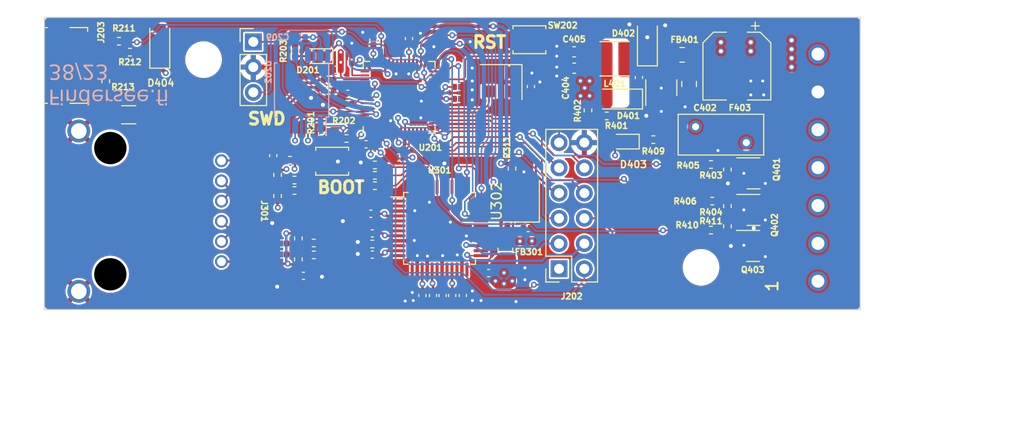
<source format=kicad_pcb>
(kicad_pcb (version 20221018) (generator pcbnew)
  (layers (0 "F.Cu" signal) (1 "In1.Cu" power "GND") (2 "In2.Cu" power "3V3") (31 "B.Cu" signal) (34 "B.Paste" user) (35 "F.Paste" user) (36 "B.SilkS" user "B.Silkscreen") (37 "F.SilkS" user "F.Silkscreen") (38 "B.Mask" user) (39 "F.Mask" user) (44 "Edge.Cuts" user))
  (net 0 "")
  (net 1 "GND")
  (net 2 "+3.3V")
  (net 3 "+1V1")
  (net 4 "+3.3VA")
  (net 5 "Net-(J301-RCT)")
  (net 6 "Net-(J301-TCT)")
  (net 7 "Net-(U301-1V2O)")
  (net 8 "Net-(U301-TOCAP)")
  (net 9 "/RP2040/SWDIO")
  (net 10 "+12V")
  (net 11 "/RP2040/SWCLK")
  (net 12 "Net-(D403-K)")
  (net 13 "Net-(J401-Pin_4)")
  (net 14 "Net-(J401-Pin_1)")
  (net 15 "VBUS")
  (net 16 "Net-(J203-ID)")
  (net 17 "Net-(Q401-G)")
  (net 18 "Net-(Q403-G)")
  (net 19 "Net-(U201-QSPI_SS)")
  (net 20 "/Ethernet/LINK LED")
  (net 21 "Net-(Q402-G)")
  (net 22 "Net-(U301-EXRES1)")
  (net 23 "Net-(U301-PMODE2)")
  (net 24 "Net-(U301-PMODE1)")
  (net 25 "Net-(U301-PMODE0)")
  (net 26 "Net-(U301-XI)")
  (net 27 "/Ethernet/Clock 25 MHz")
  (net 28 "Net-(U401-Vfb)")
  (net 34 "Net-(U201-XIN)")
  (net 36 "/Ethernet/ETH MOSI")
  (net 37 "/Ethernet/ETH CS")
  (net 38 "/Ethernet/ETH SCK")
  (net 39 "/Ethernet/ETH MISO")
  (net 40 "/Ethernet/ETH RESET")
  (net 41 "/Ethernet/ETH INT")
  (net 46 "Net-(D201-K)")
  (net 48 "Net-(U201-QSPI_SD3)")
  (net 49 "Net-(U201-QSPI_SCLK)")
  (net 50 "Net-(U201-QSPI_SD0)")
  (net 51 "Net-(U201-QSPI_SD2)")
  (net 52 "Net-(U201-QSPI_SD1)")
  (net 54 "/Ethernet/ACT LED")
  (net 70 "Net-(J401-Pin_3)")
  (net 71 "Net-(J401-Pin_2)")
  (net 72 "/Ethernet/C_RX_P")
  (net 73 "/Ethernet/RX_P")
  (net 74 "/Ethernet/C_RX_N")
  (net 75 "/Ethernet/RX_N")
  (net 76 "/Ethernet/TX_P")
  (net 77 "/Ethernet/TX_N")
  (net 78 "/Ethernet/R_TX_N")
  (net 79 "/Ethernet/R_TX_P")
  (net 80 "/Ethernet/R_RX_P")
  (net 81 "/Ethernet/R_RX_N")
  (net 82 "/Power and Output/Boost")
  (net 83 "/Power and Output/SW")
  (net 84 "Earth")
  (net 85 "/Power and Output/CH1")
  (net 86 "/Power and Output/CH2")
  (net 87 "/Power and Output/CH3")
  (net 88 "/RP2040/TX")
  (net 89 "/RP2040/RX")
  (net 90 "/RP2040/RTC MOSI")
  (net 91 "/RP2040/RTC ~{CS}")
  (net 92 "/RP2040/RTC SCK")
  (net 93 "/RP2040/RTC MISO")
  (net 94 "/RP2040/EXP SDA")
  (net 95 "/RP2040/EXP SCL")
  (net 96 "/RP2040/USB-")
  (net 97 "/RP2040/USB+")
  (net 98 "/RP2040/Boot")
  (net 99 "/RP2040/USB_RES_D+")
  (net 100 "/RP2040/USB_RES_D-")
  (net 101 "/RP2040/VBUS DET")
  (net 102 "/RP2040/RST")
  (net 103 "Net-(U401-EN)")
  (net 104 "Net-(D201-A)")
  (footprint "Capacitor_SMD:C_0402_1005Metric" (layer "F.Cu") (at 92.329 72.771)
    (fp_text reference "C205" hide)
    (fp_text value "100nF")
  )
  (footprint "Capacitor_SMD:C_0402_1005Metric" (layer "F.Cu") (at 83.848 82.7532 180)
    (fp_text reference "C310" hide)
    (fp_text value "6.8nF")
  )
  (footprint "Capacitor_SMD:C_0402_1005Metric" (layer "F.Cu") (at 86.0324 86.0044)
    (fp_text reference "C308" hide)
    (fp_text value "10nF")
  )
  (footprint "Capacitor_SMD:C_0402_1005Metric" (layer "F.Cu") (at 93.0656 62.2808 -90)
    (fp_text reference "C206" hide)
    (fp_text value "100nF")
  )
  (footprint "Resistor_SMD:R_0402_1005Metric" (layer "F.Cu") (at 107 75.21 -90)
    (fp_text reference "R311")
    (fp_text value "0R")
  )
  (footprint "Capacitor_SMD:C_1206_3216Metric" (layer "F.Cu") (at 68.4784 69.7992 180)
    (fp_text reference "C311" hide)
    (fp_text value "1nF")
  )
  (footprint "Resistor_SMD:R_0402_1005Metric" (layer "F.Cu") (at 85.528 82.2432 -90)
    (fp_text reference "R308" hide)
    (fp_text value "50")
  )
  (footprint "Button_Switch_SMD:SW_SPST_B3U-1000P" (layer "F.Cu") (at 108.75 62.25 180)
    (fp_text reference "SW202")
    (fp_text value "RESET")
  )
  (footprint "Resistor_SMD:R_0805_2012Metric" (layer "F.Cu") (at 124.1 63.7688 180)
    (fp_text reference "FB401")
    (fp_text value "120R")
  )
  (footprint "Resistor_SMD:R_0402_1005Metric" (layer "F.Cu") (at 85.2 63.4 90)
    (fp_text reference "R203")
    (fp_text value "180")
  )
  (footprint "Resistor_SMD:R_0402_1005Metric" (layer "F.Cu") (at 121.2 72.3 180)
    (fp_text reference "R409")
    (fp_text value "180")
  )
  (footprint "Resistor_SMD:R_0402_1005Metric" (layer "F.Cu") (at 85.528 84.3432 90)
    (fp_text reference "R309" hide)
    (fp_text value "50")
  )
  (footprint "Package_TO_SOT_SMD:SOT-23" (layer "F.Cu") (at 131.2695 75.692)
    (fp_text reference "Q401")
    (fp_text value "AO3400A")
  )
  (footprint "Resistor_SMD:R_0402_1005Metric" (layer "F.Cu") (at 68.6 63.5 180)
    (fp_text reference "R212")
    (fp_text value "10k")
  )
  (footprint "Resistor_SMD:R_0402_1005Metric" (layer "F.Cu") (at 127 81.407)
    (fp_text reference "R410")
    (fp_text value "0R")
  )
  (footprint "Resistor_SMD:R_0402_1005Metric" (layer "F.Cu") (at 67.5 62.4 180)
    (fp_text reference "R211")
    (fp_text value "10k")
  )
  (footprint "Capacitor_SMD:C_0402_1005Metric" (layer "F.Cu") (at 102.0572 87.9856 -90)
    (fp_text reference "C313" hide)
    (fp_text value "10nF")
  )
  (footprint "Resistor_SMD:R_0402_1005Metric" (layer "F.Cu") (at 128.651 78.996 -90)
    (fp_text reference "R404")
    (fp_text value "10k")
  )
  (footprint "Capacitor_SMD:C_0603_1608Metric" (layer "F.Cu") (at 113.256 65.115 180)
    (fp_text reference "C404")
    (fp_text value "10uF")
  )
  (footprint "Resistor_SMD:R_0402_1005Metric" (layer "F.Cu") (at 88.5705 67.337)
    (fp_text reference "R209" hide)
    (fp_text value "27" hide)
  )
  (footprint "Capacitor_SMD:C_0402_1005Metric" (layer "F.Cu") (at 96.647 62.131 -90)
    (fp_text reference "C207" hide)
    (fp_text value "100nF")
  )
  (footprint "Resistor_SMD:R_0402_1005Metric" (layer "F.Cu") (at 128.651 75.311 -90)
    (fp_text reference "R403")
    (fp_text value "10k")
  )
  (footprint "Capacitor_SMD:CP_Elec_6.3x5.8" (layer "F.Cu") (at 129.6 64.9 -90)
    (fp_text reference "C403" hide)
    (fp_text value "68uF")
  )
  (footprint "Resistor_SMD:R_0402_1005Metric" (layer "F.Cu") (at 93.22 75.8952)
    (fp_text reference "R314" hide)
    (fp_text value "0R")
  )
  (footprint "Button_Switch_SMD:SW_SPST_B3U-1000P" (layer "F.Cu") (at 88.9236 74.4728 180)
    (fp_text reference "SW201" hide)
    (fp_text value "BOOT")
  )
  (footprint "Capacitor_SMD:C_0402_1005Metric" (layer "F.Cu") (at 100.0252 87.9856 -90)
    (fp_text reference "C314" hide)
    (fp_text value "4.7uF")
  )
  (footprint "Resistor_SMD:R_0402_1005Metric" (layer "F.Cu") (at 93.22 76.9356)
    (fp_text reference "R315" hide)
    (fp_text value "0R")
  )
  (footprint "Resistor_SMD:R_0402_1005Metric" (layer "F.Cu") (at 87.078 82.7 180)
    (fp_text reference "R304" hide)
    (fp_text value "33" hide)
  )
  (footprint "Capacitor_SMD:C_0402_1005Metric" (layer "F.Cu") (at 101.68 68.2 180)
    (fp_text reference "C215" hide)
    (fp_text value "100nF")
  )
  (footprint "Capacitor_SMD:C_0402_1005Metric" (layer "F.Cu") (at 108.62 81.2 180)
    (fp_text reference "C315" hide)
    (fp_text value "100nF")
  )
  (footprint "Capacitor_SMD:C_0402_1005Metric" (layer "F.Cu") (at 83.848 83.8532 180)
    (fp_text reference "C309" hide)
    (fp_text value "6.8nF" hide)
  )
  (footprint "LED_SMD:LED_0603_1608Metric" (layer "F.Cu") (at 118.3 72.5 180)
    (fp_text reference "D403")
    (fp_text value "White")
  )
  (footprint "Connector_USB:USB_Micro-B_Molex_47346-0001" (layer "F.Cu") (at 62.638829 64.833323 -90)
    (fp_text reference "J203")
    (fp_text value "USB_B_Micro")
  )
  (footprint "Resistor_SMD:R_0402_1005Metric" (layer "F.Cu") (at 83.4408 75.8592 90)
    (fp_text reference "R305" hide)
    (fp_text value "50" hide)
  )
  (footprint "Capacitor_SMD:C_0402_1005Metric" (layer "F.Cu") (at 99.06 87.9856 90)
    (fp_text reference "C303" hide)
    (fp_text value "100nF")
  )
  (footprint "Findersee_parts:Terminal-Block-01x07_P3.81" (layer "F.Cu") (at 137.75 75.12 90)
    (fp_text reference "J401" hide)
    (fp_text value "IO")
  )
  (footprint "Capacitor_SMD:C_0402_1005Metric" (layer "F.Cu") (at 89.309 65.278 180)
    (fp_text reference "C202" hide)
    (fp_text value "1uF")
  )
  (footprint "Connector_PinSocket_2.54mm:PinSocket_2x06_P2.54mm_Vertical" (layer "F.Cu") (at 111.73 85.3 180)
    (fp_text reference "J202")
    (fp_text value "Expansion")
  )
  (footprint "Package_QFP:TQFP-48_7x7mm_P0.5mm" (layer "F.Cu") (at 99.7204 81.2292)
    (fp_text reference "U301")
    (fp_text value "W5500")
  )
  (footprint "Capacitor_SMD:C_0402_1005Metric" (layer "F.Cu") (at 101.68 67 180)
    (fp_text reference "C211" hide)
    (fp_text value "100nF")
  )
  (footprint "Capacitor_SMD:C_0805_2012Metric" (layer "F.Cu") (at 124.8 66.7 -90)
    (fp_text reference "C402")
    (fp_text value "10uF")
  )
  (footprint "Inductor_SMD:L_Coilcraft_LPS3010" (layer "F.Cu") (at 117.308 64.167 180)
    (fp_text reference "L401")
    (fp_text value "15uH")
  )
  (footprint "Resistor_SMD:R_0402_1005Metric" (layer "F.Cu") (at 90.3752 72.1868)
    (fp_text reference "R202")
    (fp_text value "10k")
  )
  (footprint "Resistor_SMD:R_0402_1005Metric" (layer "F.Cu") (at 85.1408 77.4192 180)
    (fp_text reference "R302" hide)
    (fp_text value "33")
  )
  (footprint "MountingHole:MountingHole_3.2mm_M3_DIN965" (layer "F.Cu") (at 76 64.25)
    (fp_text reference "H402" hide)
    (fp_text value "MountingHole" hide)
  )
  (footprint "Resistor_SMD:R_0402_1005Metric" (layer "F.Cu") (at 127.127 78.486)
    (fp_text reference "R406")
    (fp_text value "0R")
  )
  (footprint "Findersee_parts:RP2040-QFN-56" (layer "F.Cu") (at 95.6555 68.037 90)
    (fp_text reference "U201")
    (fp_text value "RP2040")
  )
  (footprint "Capacitor_SMD:C_0402_1005Metric" (layer "F.Cu") (at 104.6524 85.7276)
    (fp_text reference "C307" hide)
    (fp_text value "4.7uF")
  )
  (footprint "Resistor_SMD:R_0402_1005Metric" (layer "F.Cu") (at 92.964 82.804 180)
    (fp_text reference "R310" hide)
    (fp_text value "12.4k")
  )
  (footprint "Resistor_SMD:R_0402_1005Metric" (layer "F.Cu") (at 128.651 81.026 90)
    (fp_text reference "R411")
    (fp_text value "10k")
  )
  (footprint "Package_TO_SOT_SMD:SOT-23" (layer "F.Cu") (at 131.2395 82.997)
    (fp_text reference "Q403")
    (fp_text value "AO3400A")
  )
  (footprint "Capacitor_SMD:C_0402_1005Metric" (layer "F.Cu") (at 95.6 74.1)
    (fp_text reference "C208" hide)
    (fp_text value "100nF")
  )
  (footprint "Resistor_SMD:R_0402_1005Metric" (layer "F.Cu") (at 127 74.803)
    (fp_text reference "R405")
    (fp_text value "0R")
  )
  (footprint "Capacitor_SMD:C_0402_1005Metric" (layer "F.Cu") (at 92.8116 79.756)
    (fp_text reference "C301" hide)
    (fp_text value "100nF")
  )
  (footprint "Resistor_SMD:R_0402_1005Metric" (layer "F.Cu") (at 87.078 83.9 180)
    (fp_text reference "R303" hide)
    (fp_text value "33")
  )
  (footprint "Diode_SMD:D_SOD-123" (layer "F.Cu") (at 71.6 62.75 90)
    (fp_text reference "D404")
    (fp_text value "1N5819")
  )
  (footprint "MountingHole:MountingHole_3.2mm_M3_DIN965" (layer "F.Cu") (at 126 85.15)
    (fp_text reference "H401" hide)
    (fp_text value "MountingHole" hide)
  )
  (footprint "Fuse:Fuse_BelFuse_0ZRE0005FF_L8.3mm_W3.8mm" (layer "F.Cu") (at 130.55 72.6 180)
    (fp_text reference "F403")
    (fp_text value "Polyfuse")
  )
  (footprint "Findersee_parts:08B1-1X1T-06-F" (layer "F.Cu") (at 77.8 79.5 -90)
    (fp_text reference "J301")
    (fp_text value "08B1-1X1T-06-F" hide)
  )
  (footprint "Resistor_SMD:R_0402_1005Metric" (layer "F.Cu") (at 66.167 66.421 90)
    (fp_text reference "R213")
    (fp_text value "10k")
  )
  (footprint "Package_TO_SOT_SMD:SOT-23" (layer "F.Cu") (at 131.2695 79.375)
    (fp_text reference "Q402")
    (fp_text value "AO3400A")
  )
  (footprint "Oscillator:Oscillator_SMD_SeikoEpson_SG8002CE-4Pin_3.2x2.5mm" (layer "F.Cu") (at 105.9 66.5 180)
    (fp_text reference "U203" hide)
    (fp_text value "12MHz")
  )
  (footprint "Capacitor_SMD:C_0402_1005Metric" (layer "F.Cu") (at 119.758 66.047 90)
    (fp_text reference "C401" hide)
    (fp_text value "100nF")
  )
  (footprint "Capacitor_SMD:C_0402_1005Metric" (layer "F.Cu") (at 92.964 83.8708)
    (fp_text reference "C305" hide)
    (fp_text value "100nF")
  )
  (footprint "Resistor_SMD:R_0402_1005Metric" (layer "F.Cu") (at 84.6836 74.3712)
    (fp_text reference "R307" hide)
    (fp_text value "10")
  )
  (footprint "Diode_SMD:D_SOD-123" (layer "F.Cu") (at 120.608 62.517 90)
    (fp_text reference "D402")
    (fp_text value "1N5819" hide)
  )
  (footprint "Diode_SMD:D_SOD-123" (layer "F.Cu") (at 117.758 68.217 180)
    (fp_text reference "D401")
    (fp_text value "1N4148")
  )
  (footprint "Resistor_SMD:R_0805_2012Metric" (layer "F.Cu") (at 106.3332 83.4431 -90)
    (fp_text reference "FB301")
    (fp_text value "120R")
  )
  (footprint "Capacitor_SMD:C_0402_1005Metric" (layer "F.Cu") (at 92.964 81.7372)
    (fp_text reference "C306" hide)
    (fp_text value "100nF")
  )
  (footprint "Capacitor_SMD:C_0402_1005Metric" (layer "F.Cu") (at 90.424 68.707)
    (fp_text reference "C210" hide)
    (fp_text value "100nF")
  )
  (footprint "Capacitor_SMD:C_0402_1005Metric" (layer "F.Cu") (at 108.9 66.97 -90)
    (fp_text reference "C201" hide)
    (fp_text value "100nF" hide)
  )
  (footprint "Resistor_SMD:R_0402_1005Metric" (layer "F.Cu") (at 114.64 69.3588 90)
    (fp_text reference "R402")
    (fp_text value "31k6")
  )
  (footprint "LED_SMD:LED_0603_1608Metric" (layer "F.Cu") (at 87.5 63.9 180)
    (fp_text reference "D201")
    (fp_text value "White")
  )
  (footprint "Oscillator:Oscillator_SMD_SeikoEpson_SG8002CE-4Pin_3.2x2.5mm" (layer "F.Cu") (at 108 78.5 90)
    (fp_text reference "U302")
    (fp_text value "25 MHz")
  )
  (footprint "Capacitor_SMD:C_0402_1005Metric" (layer "F.Cu") (at 90.932 64.135 90)
    (fp_text reference "C203" hide)
    (fp_text value "1uF")
  )
  (footprint "Capacitor_SMD:C_0402_1005Metric" (layer "F.Cu") (at 97.9932 87.9856 90)
    (fp_text reference "C302" hide)
    (fp_text value "100nF")
  )
  (footprint "Connector_PinHeader_2.54mm:PinHeader_1x03_P2.54mm_Vertical" (layer "F.Cu") (at 81 62.46)
    (fp_text reference "J201" hide)
    (fp_text value "SWD")
  )
  (footprint "Package_TO_SOT_SMD:SOT-23-6" (layer "F.Cu") (at 122.008 67.0795 90)
    (fp_text reference "U401" hide)
    (fp_text value "MCP16301")
  )
  (footprint "Resistor_SMD:R_0402_1005Metric" (layer "F.Cu") (at 87.9348 71.7296 90)
    (fp_text reference "R201")
    (fp_text value "1k")
  )
  (footprint "Capacitor_SMD:C_0402_1005Metric" (layer "F.Cu") (at 100.9904 87.9856 90)
    (fp_text reference "C304" hide)
    (fp_text value "100nF")
  )
  (footprint "Resistor_SMD:R_0402_1005Metric" (layer "F.Cu") (at 88.5705 66.287)
    (fp_text reference "R210" hide)
    (fp_text value "27")
  )
  (footprint "Resistor_SMD:R_0402_1005Metric" (layer "F.Cu") (at 85.1408 76.3692 180)
    (fp_text reference "R301" hide)
    (fp_text value "33")
  )
  (footprint "Capacitor_SMD:C_0402_1005Metric" (layer "F.Cu") (at 83.0072 73.914 90)
    (fp_text reference "C312" hide)
    (fp_text value "22nF" hide)
  )
  (footprint "Resistor_SMD:R_0402_1005Metric" (layer "F.Cu") (at 83.4408 77.9692 -90)
    (fp_text reference "R306" hide)
    (fp_text value "50" hide)
  )
  (footprint "Resistor_SMD:R_0402_1005Metric" (layer "F.Cu") (at 116.5196 69.9156)
    (fp_text reference "R401")
    (fp_text value "10k")
  )
  (footprint "Capacitor_SMD:C_0603_1608Metric" (layer "F.Cu") (at 113.243 63.464 180)
    (fp_text reference "C405")
    (fp_text value "10uF")
  )
  (footprint "Resistor_SMD:R_0402_1005Metric" (layer "F.Cu") (at 93.222 74.8528)
    (fp_text reference "R313" hide)
    (fp_text value "0R")
  )
  (footprint "Capacitor_SMD:C_0402_1005Metric" (layer "F.Cu") (at 90.5005 67.691)
    (fp_text reference "C204" hide)
    (fp_text value "100nF")
  )
  (footprint "Package_SO:SOIC-8_5.23x5.23mm_P1.27mm" (layer "B.Cu") (at 85.852 67.31 90)
    (fp_text reference "U202")
    (fp_text value "IS25LP064" hide)
  )
  (footprint "Capacitor_SMD:C_0402_1005Metric" (layer "B.Cu") (at 85.73 62)
    (fp_text reference "C209")
    (fp_text value "100nF")
  )
  (gr_line locked (start 60 89.4) (end 60 60) (stroke (width 0.1)) (layer "Edge.Cuts"))
  (gr_line locked (start 60 60) (end 111.4 60) (stroke (width 0.1)) (layer "Edge.Cuts"))
  (gr_line locked (start 142 60) (end 142 89.4) (stroke (width 0.1)) (layer "Edge.Cuts"))
  (gr_line locked (start 142 89.4) (end 60 89.4) (stroke (width 0.1)) (layer "Edge.Cuts"))
  (gr_line locked (start 142 60) (end 111.4 60) (stroke (width 0.1)) (layer "Edge.Cuts"))
  (gr_text "Findersee.fi\n38/23" (at 60.4 64.5 180) (layer "B.SilkS") (effects (font (size 1.5 1.5)) (justify left bottom mirror)))
  (gr_text "BOOT" (at 87.3 77.8) (layer "F.SilkS") (effects (font (size 1.2 1.2) (thickness 0.3) bold) (justify left bottom)))
  (gr_text "RST\n" (at 102.9 63.2) (layer "F.SilkS") (effects (font (size 1.2 1.2) (thickness 0.3) bold) (justify left bottom)))
  (gr_text "SWD" (at 80.3 70.9) (layer "F.SilkS") (effects (font (size 1.2 1.2) (thickness 0.3) bold) (justify left bottom)))
  (via (at 96.266 88.5444) (size 0.6) (drill 0.3) (layers "F.Cu" "B.Cu") (net 1))
  (via (at 89.5 74.5) (size 0.7) (drill 0.4) (layers "F.Cu" "B.Cu") (net 1))
  (via (at 90 80.5) (size 0.7) (drill 0.4) (layers "F.Cu" "B.Cu") (net 1))
  (via (at 108.3 86.4) (size 0.6) (drill 0.3) (layers "F.Cu" "B.Cu") (net 1))
  (via (at 92 61.5) (size 0.6) (drill 0.3) (layers "F.Cu" "B.Cu") (net 1))
  (via (at 100.2 74.7) (size 0.7) (drill 0.4) (layers "F.Cu" "B.Cu") (net 1))
  (via (at 109 65.6) (size 0.6) (drill 0.3) (layers "F.Cu" "B.Cu") (net 1))
  (via (at 103 67.3) (size 0.6) (drill 0.3) (layers "F.Cu" "B.Cu") (net 1))
  (via (at 91.5 83.8) (size 0.7) (drill 0.4) (layers "F.Cu" "B.Cu") (net 1))
  (via (at 120.5 69.9) (size 0.7) (drill 0.4) (layers "F.Cu" "B.Cu") (net 1))
  (via (at 122.006 67.1216) (size 0.6) (drill 0.3) (layers "F.Cu" "B.Cu") (net 1))
  (via (at 107.4 88.6) (size 0.6) (drill 0.3) (layers "F.Cu" "B.Cu") (net 1))
  (via (at 132.2 66.4) (size 0.6) (drill 0.3) (layers "F.Cu" "B.Cu") (net 1))
  (via (at 132.3 67.8) (size 0.6) (drill 0.3) (layers "F.Cu" "B.Cu") (net 1))
  (via (at 98.7 78.6) (size 0.6) (drill 0.3) (layers "F.Cu" "B.Cu") (net 1))
  (via (at 103.0224 87.5284) (size 0.6) (drill 0.3) (layers "F.Cu" "B.Cu") (net 1))
  (via (at 96.9772 87.6808) (size 0.6) (drill 0.3) (layers "F.Cu" "B.Cu") (net 1))
  (via (at 91.6 76.5) (size 0.7) (drill 0.4) (layers "F.Cu" "B.Cu") (net 1))
  (via (at 95.3516 65.6844) (size 0.6) (drill 0.3) (layers "F.Cu" "B.Cu") (net 1))
  (via (at 130.302 82.931) (size 0.6) (drill 0.3) (layers "F.Cu" "B.Cu") (net 1))
  (via (at 130.302 75.692) (size 0.6) (drill 0.3) (layers "F.Cu" "B.Cu") (net 1))
  (via (at 97.8408 70.104) (size 0.6) (drill 0.3) (layers "F.Cu" "B.Cu") (net 1))
  (via (at 86.8 68.1) (size 0.7) (drill 0.4) (layers "F.Cu" "B.Cu") (net 1))
  (via (at 132.461 84.074) (size 0.6) (drill 0.3) (layers "F.Cu" "B.Cu") (net 1))
  (via (at 91.8 74.6) (size 0.7) (drill 0.4) (layers "F.Cu" "B.Cu") (net 1))
  (via (at 122.006 69.4584) (size 0.6) (drill 0.3) (layers "F.Cu" "B.Cu") (net 1))
  (via (at 101.5 83.9) (size 0.6) (drill 0.3) (layers "F.Cu" "B.Cu") (net 1))
  (via (at 131 67.8) (size 0.6) (drill 0.3) (layers "F.Cu" "B.Cu") (net 1))
  (via (at 118.8 60.7) (size 0.7) (drill 0.4) (layers "F.Cu" "B.Cu") (net 1))
  (via (at 100.8 80.6) (size 0.6) (drill 0.3) (layers "F.Cu" "B.Cu") (net 1))
  (via (at 131.3 81.2) (size 0.7) (drill 0.4) (layers "F.Cu" "B.Cu") (net 1))
  (via (at 98.5012 84.0232) (size 0.6) (drill 0.3) (layers "F.Cu" "B.Cu") (net 1))
  (via (at 128.7 76.7) (size 0.7) (drill 0.4) (layers "F.Cu" "B.Cu") (net 1))
  (via (at 97.2312 79.4512) (size 0.6) (drill 0.3) (layers "F.Cu" "B.Cu") (net 1))
  (via (at 103.0224 88.4936) (size 0.6) (drill 0.3) (layers "F.Cu" "B.Cu") (net 1))
  (via (at 103 68.3) (size 0.6) (drill 0.3) (layers "F.Cu" "B.Cu") (net 1))
  (via (at 99.15 62.95) (size 0.6) (drill 0.3) (layers "F.Cu" "B.Cu") (net 1))
  (via (at 103.886 88.4936) (size 0.6) (drill 0.3) (layers "F.Cu" "B.Cu") (net 1))
  (via (at 127.7 73.4) (size 0.6) (drill 0.3) (layers "F.Cu" "B.Cu") (net 1))
  (via (at 111.5 63.9) (size 0.6) (drill 0.3) (layers "F.Cu" "B.Cu") (net 1))
  (via (at 108.2 75.55) (size 0.6) (drill 0.3) (layers "F.Cu" "B.Cu") (net 1))
  (via (at 120.6 62) (size 0.7) (drill 0.4) (layers "F.Cu" "B.Cu") (net 1))
  (via (at 111.5 65) (size 0.6) (drill 0.3) (layers "F.Cu" "B.Cu") (net 1))
  (via (at 103 65.1) (size 0.6) (drill 0.3) (layers "F.Cu" "B.Cu") (net 1))
  (via (at 122.4 60.8) (size 0.7) (drill 0.4) (layers "F.Cu" "B.Cu") (net 1))
  (via (at 96.6216 65.6844) (size 0.6) (drill 0.3) (layers "F.Cu" "B.Cu") (net 1))
  (via (at 97.8 61.6) (size 0.6) (drill 0.3) (layers "F.Cu" "B.Cu") (net 1))
  (via (at 132.461 76.708) (size 0.6) (drill 0.3) (layers "F.Cu" "B.Cu") (net 1))
  (via (at 100.0252 83.9724) (size 0.6) (drill 0.3) (layers "F.Cu" "B.Cu") (net 1))
  (via (at 111.5 65.9) (size 0.6) (drill 0.3) (layers "F.Cu" "B.Cu") (net 1))
  (via (at 129 83) (size 0.7) (drill 0.4) (layers "F.Cu" "B.Cu") (net 1))
  (via (at 97.4852 83.9724) (size 0.6) (drill 0.3) (layers "F.Cu" "B.Cu") (net 1))
  (via (at 109.8 66.5) (size 0.6) (drill 0.3) (layers "F.Cu" "B.Cu") (net 1))
  (via (at 97.1804 82.4484) (size 0.6) (drill 0.3) (layers "F.Cu" "B.Cu") (net 1))
  (via (at 94.8 70.4) (size 0.6) (drill 0.3) (layers "F.Cu" "B.Cu") (net 1))
  (via (at 132.461 80.391) (size 0.6) (drill 0.3) (layers "F.Cu" "B.Cu") (net 1))
  (via (at 91.5 82.6) (size 0.7) (drill 0.4) (layers "F.Cu" "B.Cu") (net 1))
  (via (at 97.0788 88.4936) (size 0.6) (drill 0.3) (layers "F.Cu" "B.Cu") (net 1))
  (via (at 97.8916 68.4276) (size 0.6) (drill 0.3) (layers "F.Cu" "B.Cu") (net 1))
  (via (at 131 66.4) (size 0.6) (drill 0.3) (layers "F.Cu" "B.Cu") (net 1))
  (via (at 82.9 80.7) (size 0.7) (drill 0.4) (layers "F.Cu" "B.Cu") (net 1))
  (via (at 83.4 87.1) (size 0.7) (drill 0.4) (layers "F.Cu" "B.Cu") (net 1))
  (via (at 87.9 86.1) (size 0.7) (drill 0.4) (layers "F.Cu" "B.Cu") (net 1))
  (via (at 90.9 62.6) (size 0.6) (drill 0.3) (layers "F.Cu" "B.Cu") (net 1))
  (via (at 102.4128 81.9912) (size 0.6) (drill 0.3) (layers "F.Cu" "B.Cu") (net 1))
  (via (at 111.5 62.9) (size 0.6) (drill 0.3) (layers "F.Cu" "B.Cu") (net 1))
  (via (at 130.302 79.375) (size 0.6) (drill 0.3) (layers "F.Cu" "B.Cu") (net 1))
  (via (at 102.8 62.45) (size 0.6) (drill 0.3) (layers "F.Cu" "B.Cu") (net 1))
  (via (at 103 66.4) (size 0.6) (drill 0.3) (layers "F.Cu" "B.Cu") (net 1))
  (via (at 108.3 85.2) (size 0.6) (drill 0.3) (layers "F.Cu" "B.Cu") (net 1))
  (via (at 88 68.8) (size 0.7) (drill 0.4) (layers "F.Cu" "B.Cu") (net 1))
  (via (at 124.4 69) (size 0.6) (drill 0.3) (layers "F.Cu" "B.Cu") (net 1))
  (segment (start 96.08 73.52) (end 96.25 73.35) (width 0.2) (layer "F.Cu") (net 2))
  (segment (start 108.14 81.2) (end 107.1 81.2) (width 0.2) (layer "F.Cu") (net 2))
  (segment (start 100.399833 68.2) (end 100.082116 68.2) (width 0.25) (layer "F.Cu") (net 2))
  (segment (start 93.0555 63.6625) (end 93.0656 63.6524) (width 0.16) (layer "F.Cu") (net 2))
  (segment (start 96.6555 72.9445) (end 96.25 73.35) (width 0.16) (layer "F.Cu") (net 2))
  (segment (start 96.6555 63.5085) (end 96.647 63.5) (width 0.16) (layer "F.Cu") (net 2))
  (segment (start 109.2288 82.5268) (end 109.225 82.5306) (width 0.8) (layer "F.Cu") (net 2))
  (segment (start 85.4 62) (end 85.2 62.2) (width 0.2) (layer "F.Cu") (net 2))
  (segment (start 96.6555 71.4745) (end 96.6555 72.9445) (width 0.16) (layer "F.Cu") (net 2))
  (segment (start 108.14 81.2) (end 108.14 82.1868) (width 0.2) (layer "F.Cu") (net 2))
  (segment (start 92.809 72.418) (end 93.0555 72.1715) (width 0.16) (layer "F.Cu") (net 2))
  (segment (start 93.0656 62.7608) (end 93.0656 63.6524) (width 0.16) (layer "F.Cu") (net 2))
  (segment (start 99.724116 67.842) (end 99.093 67.842) (width 0.25) (layer "F.Cu") (net 2))
  (segment (start 91.468 67.837) (end 92.218 67.837) (width 0.2) (layer "F.Cu") (net 2))
  (segment (start 96.647 62.611) (end 96.647 63.5) (width 0.16) (layer "F.Cu") (net 2))
  (segment (start 100.082116 68.2) (end 99.724116 67.842) (width 0.25) (layer "F.Cu") (net 2))
  (segment (start 107.1 67.45) (end 108.9 67.45) (width 0.16) (layer "F.Cu") (net 2))
  (segment (start 117.363171 73.893923) (end 117.363171 72.500671) (width 0.2) (layer "F.Cu") (net 2))
  (segment (start 108.1582 82.5306) (end 108.4668 82.5268) (width 0.8) (layer "F.Cu") (net 2))
  (segment (start 93.0555 72.1715) (end 93.0555 71.4745) (width 0.16) (layer "F.Cu") (net 2))
  (segment (start 92.218 65.437) (end 92.218 64.8556) (width 0.16) (layer "F.Cu") (net 2))
  (segment (start 91.468 67.437) (end 91.468 67.837) (width 0.2) (layer "F.Cu") (net 2))
  (segment (start 92.218 67.437) (end 92.837 67.437) (width 0.2) (layer "F.Cu") (net 2))
  (segment (start 87 62) (end 85.4 62) (width 0.2) (layer "F.Cu") (net 2))
  (segment (start 93.0555 64.5995) (end 93.0555 63.6625) (width 0.16) (layer "F.Cu") (net 2))
  (segment (start 107.1 81.2) (end 107.1 79.75) (width 0.2) (layer "F.Cu") (net 2))
  (segment (start 100.399833 68.2) (end 101.2 68.2) (width 0.25) (layer "F.Cu") (net 2))
  (segment (start 92.218 67.437) (end 91.468 67.437) (width 0.2) (layer "F.Cu") (net 2))
  (segment (start 91.1305 67.837) (end 91.468 67.837) (width 0.2) (layer "F.Cu") (net 2))
  (segment (start 90.932 65.786) (end 90.932 64.615) (width 0.16) (layer "F.Cu") (net 2))
  (segment (start 96.6555 64.5995) (end 96.6555 63.5085) (width 0.16) (layer "F.Cu") (net 2))
  (segment (start 93.218 67.056) (end 93.218 66.675) (width 0.2) (layer "F.Cu") (net 2))
  (segment (start 92.218 65.837) (end 90.983 65.837) (width 0.16) (layer "F.Cu") (net 2))
  (segment (start 85.2 62.2) (end 85.2 62.89) (width 0.2) (layer "F.Cu") (net 2))
  (segment (start 108.14 82.1868) (end 107.8 82.5268) (width 0.2) (layer "F.Cu") (net 2))
  (segment (start 103.8829 82.4792) (end 106.2818 82.4792) (width 0.25) (layer "F.Cu") (net 2))
  (segment (start 92.4741 64.5995) (end 93.0555 64.5995) (width 0.16) (layer "F.Cu") (net 2))
  (segment (start 92.809 72.771) (end 92.8 73.8) (width 0.16) (layer "F.Cu") (net 2))
  (segment (start 113.878 67.909) (end 110.945991 67.909) (width 0.2) (layer "F.Cu") (net 2))
  (segment (start 91.341 64.615) (end 91.694 64.262) (width 0.16) (layer "F.Cu") (net 2))
  (segment (start 108.4668 82.5268) (end 109.2288 82.5268) (width 0.8) (layer "F.Cu") (net 2))
  (segment (start 92.837 67.437) (end 93.218 67.056) (width 0.2) (layer "F.Cu") (net 2))
  (segment (start 107.7556 82.5268) (end 107.7594 82.5306) (width 0.8) (layer "F.Cu") (net 2))
  (segment (start 109.837868 67.45) (end 109.6 67.45) (width 0.2) (layer "F.Cu") (net 2))
  (segment (start 107.7518 82.5306) (end 107.7556 82.5268) (width 0.8) (layer "F.Cu") (net 2))
  (segment (start 96.08 74.1) (end 96.08 73.52) (width 0.2) (layer "F.Cu") (net 2))
  (segment (start 90.8852 72.1868) (end 91.44 72.1868) (width 0.16) (layer "F.Cu") (net 2))
  (segment (start 96.08 74.1) (end 97 74.1) (width 0.2) (layer "F.Cu") (net 2))
  (segment (start 92.809 72.771) (end 92.809 72.418) (width 0.16) (layer "F.Cu") (net 2))
  (segment (start 107.7594 82.5306) (end 108.1582 82.5306) (width 0.8) (layer "F.Cu") (net 2))
  (segment (start 99.093 67.837) (end 99.782756 67.837) (width 0.16) (layer "F.Cu") (net 2))
  (segment (start 90.932 64.615) (end 91.341 64.615) (width 0.16) (layer "F.Cu") (net 2))
  (segment (start 91.44 72.1868) (end 91.8464 71.7804) (width 0.16) (layer "F.Cu") (net 2))
  (segment (start 108.9 67.45) (end 109.6 67.45) (width 0.16) (layer "F.Cu") (net 2))
  (segment (start 92.218 64.8556) (end 92.4741 64.5995) (width 0.16) (layer "F.Cu") (net 2))
  (segment (start 90.983 65.837) (end 90.932 65.786) (width 0.16) (layer "F.Cu") (net 2))
  (segment (start 117.363171 72.500671) (end 117.3625 72.5) (width 0.2) (layer "F.Cu") (net 2))
  (segment (start 107.1 79.75) (end 107.05 79.7) (width 0.2) (layer "F.Cu") (net 2))
  (segment (start 106.3332 82.5306) (end 107.7518 82.5306) (width 0.8) (layer "F.Cu") (net 2))
  (via (at 91.8464 71.7804) (size 0.6) (drill 0.3) (layers "F.Cu" "B.Cu") (net 2))
  (via (at 114.3 67.1) (size 0.6) (drill 0.3) (layers "F.Cu" "B.Cu") (net 2))
  (via (at 117.363171 73.893923) (size 0.6) (drill 0.3) (layers "F.Cu" "B.Cu") (net 2))
  (via (at 91.694 64.262) (size 0.6) (drill 0.3) (layers "F.Cu" "B.Cu") (net 2))
  (via (at 97 74.1) (size 0.6) (drill 0.3) (layers "F.Cu" "B.Cu") (net 2))
  (via (at 93.218 66.675) (size 0.6) (drill 0.3) (layers "F.Cu" "B.Cu") (net 2))
  (via (at 113.878 67.909) (size 0.6) (drill 0.3) (layers "F.Cu" "B.Cu") (net 2))
  (via (at 87 62) (size 0.6) (drill 0.3) (layers "F.Cu" "B.Cu") (net 2))
  (via (at 107.8 82.5268) (size 0.6) (drill 0.3) (layers "F.Cu" "B.Cu") (net 2))
  (via (at 96.647 63.5) (size 0.6) (drill 0.3) (layers "F.Cu" "B.Cu") (net 2))
  (via (at 109 82.5) (size 0.6) (drill 0.3) (layers "F.Cu" "B.Cu") (net 2))
  (via (at 114.8 66.4) (size 0.6) (drill 0.3) (layers "F.Cu" "B.Cu") (net 2))
  (via (at 114.8 67.9) (size 0.6) (drill 0.3) (layers "F.Cu" "B.Cu") (net 2))
  (via (at 92.8 73.8) (size 0.6) (drill 0.3) (layers "F.Cu" "B.Cu") (net 2))
  (via (at 93.0656 63.6524) (size 0.6) (drill 0.3) (layers "F.Cu" "B.Cu") (net 2))
  (via (at 100.399833 68.2) (size 0.6) (drill 0.3) (layers "F.Cu" "B.Cu") (net 2))
  (via (at 113.878 66.385) (size 0.6) (drill 0.3) (layers "F.Cu" "B.Cu") (net 2))
  (arc (start 110.2 67.6) (mid 110.033853 67.488984) (end 109.837868 67.45) (width 0.2) (layer "F.Cu") (net 2))
  (arc (start 113.829 67.86) (mid 113.863648 67.874352) (end 113.878 67.909) (width 0.2) (layer "F.Cu") (net 2))
  (arc (start 110.945991 67.909) (mid 110.542264 67.828694) (end 110.2 67.6) (width 0.2) (layer "F.Cu") (net 2))
  (segment (start 87.5 62) (end 87 62) (width 0.2) (layer "B.Cu") (net 2))
  (segment (start 86.21 62) (end 87 62) (width 0.2) (layer "B.Cu") (net 2))
  (segment (start 87.757 63.71) (end 87.757 62.257) (width 0.2) (layer "B.Cu") (net 2))
  (segment (start 87.757 62.257) (end 87.5 62) (width 0.2) (layer "B.Cu") (net 2))
  (segment (start 89.789 65.913) (end 90.113 66.237) (width 0.16) (layer "F.Cu") (net 3))
  (segment (start 89.789 64.516) (end 89.789 63.5) (width 0.6) (layer "F.Cu") (net 3))
  (segment (start 99.093 67.437) (end 99.863 67.437) (width 0.16) (layer "F.Cu") (net 3))
  (segment (start 91.186 68.707) (end 91.656 68.237) (width 0.16) (layer "F.Cu") (net 3))
  (segment (start 93.3704 67.818) (end 92.672 68.237) (width 0.16) (layer "F.Cu") (net 3))
  (segment (start 92.672 68.237) (end 92.218 68.237) (width 0.16) (layer "F.Cu") (net 3))
  (segment (start 89.789 64.516) (end 89.789 65.278) (width 0.6) (layer "F.Cu") (net 3))
  (segment (start 91.656 68.237) (end 92.218 68.237) (width 0.16) (layer "F.Cu") (net 3))
  (segment (start 90.904 68.707) (end 91.186 68.707) (width 0.16) (layer "F.Cu") (net 3))
  (segment (start 89.789 65.278) (end 89.789 65.913) (width 0.16) (layer "F.Cu") (net 3))
  (segment (start 100.3 67) (end 101.2 67) (width 0.16) (layer "F.Cu") (net 3))
  (segment (start 90.113 66.237) (end 92.218 66.237) (width 0.16) (layer "F.Cu") (net 3))
  (via (at 100.3 67) (size 0.6) (drill 0.3) (layers "F.Cu" "B.Cu") (net 3))
  (via (at 89.789 63.5) (size 0.6) (drill 0.3) (layers "F.Cu" "B.Cu") (remove_unused_layers) (net 3))
  (via (at 93.3704 67.818) (size 0.6) (drill 0.3) (layers "F.Cu" "B.Cu") (net 3))
  (via (at 89.789 64.516) (size 0.6) (drill 0.3) (layers "F.Cu" "B.Cu") (remove_unused_layers) (net 3))
  (arc (start 99.863 67.437) (mid 100.172006 67.309006) (end 100.3 67) (width 0.16) (layer "F.Cu") (net 3))
  (segment (start 95.5579 81.9792) (end 94.2728 81.9792) (width 0.25) (layer "F.Cu") (net 4))
  (segment (start 85.1896 75.1991) (end 85.1408 75.2479) (width 0.25) (layer "F.Cu") (net 4))
  (segment (start 99.06 86.8172) (end 99.0092 86.7664) (width 0.25) (layer "F.Cu") (net 4))
  (segment (start 83.4408 79.1175) (end 83.466 79.1427) (width 0.25) (layer "F.Cu") (net 4))
  (segment (start 97.9704 86.7944) (end 97.9932 86.8172) (width 0.25) (layer "F.Cu") (net 4))
  (segment (start 97.9932 87.5056) (end 97.9932 86.8172) (width 0.25) (layer "F.Cu") (net 4))
  (segment (start 94.4064 79.9792) (end 94.1832 79.756) (width 0.25) (layer "F.Cu") (net 4))
  (segment (start 83.4408 78.4792) (end 83.4408 79.1175) (width 0.25) (layer "F.Cu") (net 4))
  (segment (start 83.4408 75.3492) (end 84.2492 75.3492) (width 0.25) (layer "F.Cu") (net 4))
  (segment (start 99.06 87.5056) (end 99.06 86.8172) (width 0.25) (layer "F.Cu") (net 4))
  (segment (start 100.9904 87.5056) (end 100.9904 86.7664) (width 0.25) (layer "F.Cu") (net 4))
  (segment (start 93.444 83.8708) (end 94.0308 83.8708) (width 0.25) (layer "F.Cu") (net 4))
  (segment (start 94.4224 83.4792) (end 94.234 83.6676) (width 0.25) (layer "F.Cu") (net 4))
  (segment (start 98.9704 85.3917) (end 98.9704 86.7276) (width 0.25) (layer "F.Cu") (net 4))
  (segment (start 94.0308 83.8708) (end 94.234 83.6676) (width 0.25) (layer "F.Cu") (net 4))
  (segment (start 98.9704 86.7276) (end 99.0092 86.7664) (width 0.25) (layer "F.Cu") (net 4))
  (segment (start 93.2916 79.756) (end 94.1832 79.756) (width 0.25) (layer "F.Cu") (net 4))
  (segment (start 84.2492 75.3492) (end 84.3296 75.2688) (width 0.25) (layer "F.Cu") (net 4))
  (segment (start 97.9704 85.3917) (end 97.9704 86.7944) (width 0.25) (layer "F.Cu") (net 4))
  (segment (start 95.5579 79.9792) (end 94.4064 79.9792) (width 0.25) (layer "F.Cu") (net 4))
  (segment (start 95.5579 83.4792) (end 94.4224 83.4792) (width 0.25) (layer "F.Cu") (net 4))
  (segment (start 93.444 81.7372) (end 94.0308 81.7372) (width 0.25) (layer "F.Cu") (net 4))
  (segment (start 94.0308 81.7372) (end 94.234 81.9404) (width 0.25) (layer "F.Cu") (net 4))
  (segment (start 85.1896 74.676) (end 85.1896 75.1991) (width 0.25) (layer "F.Cu") (net 4))
  (segment (start 100.9704 85.3917) (end 100.9704 86.7464) (width 0.25) (layer "F.Cu") (net 4))
  (segment (start 94.2728 81.9792) (end 94.234 81.9404) (width 0.25) (layer "F.Cu") (net 4))
  (segment (start 100.9704 86.7464) (end 100.9904 86.7664) (width 0.25) (layer "F.Cu") (net 4))
  (via (at 106.2 86.8) (size 0.6) (drill 0.3) (layers "F.Cu" "B.Cu") (net 4))
  (via (at 85.1408 75.2479) (size 0.6) (drill 0.3) (layers "F.Cu" "B.Cu") (net 4))
  (via (at 99.0092 86.7664) (size 0.6) (drill 0.3) (layers "F.Cu" "B.Cu") (net 4))
  (via (at 94.1832 79.756) (size 0.6) (drill 0.3) (layers "F.Cu" "B.Cu") (net 4))
  (via (at 97.9932 86.8172) (size 0.6) (drill 0.3) (layers "F.Cu" "B.Cu") (net 4))
  (via (at 106.2 85.7) (size 0.6) (drill 0.3) (layers "F.Cu" "B.Cu") (net 4))
  (via (at 84.3296 75.2688) (size 0.6) (drill 0.3) (layers "F.Cu" "B.Cu") (net 4))
  (via (at 105.3324 86.5276) (size 0.6) (drill 0.3) (layers "F.Cu" "B.Cu") (net 4))
  (via (at 94.234 81.9404) (size 0.6) (drill 0.3) (layers "F.Cu" "B.Cu") (net 4))
  (via (at 100.9904 86.7664) (size 0.6) (drill 0.3) (layers "F.Cu" "B.Cu") (net 4))
  (via (at 107.0324 86.5276) (size 0.6) (drill 0.3) (layers "F.Cu" "B.Cu") (net 4))
  (via (at 83.466 79.1427) (size 0.6) (drill 0.3) (layers "F.Cu" "B.Cu") (net 4))
  (via (at 94.234 83.6676) (size 0.6) (drill 0.3) (layers "F.Cu" "B.Cu") (net 4))
  (segment (start 83.0072 74.394) (end 77.87484 74.394) (width 0.2) (layer "F.Cu") (net 5))
  (segment (start 83.1824 74.3712) (end 84.1736 74.3712) (width 0.25) (layer "F.Cu") (net 5))
  (arc (start 77.87484 74.394) (mid 77.834337 74.402057) (end 77.8 74.425) (width 0.2) (layer "F.Cu") (net 5))
  (segment (start 79.4004 84.7852) (end 84.4636 84.7852) (width 0.25) (layer "F.Cu") (net 6))
  (segment (start 79.1902 84.575) (end 79.4004 84.7852) (width 0.25) (layer "F.Cu") (net 6))
  (segment (start 85.528 84.8532) (end 84.5316 84.8532) (width 0.25) (layer "F.Cu") (net 6))
  (segment (start 84.3112 81.7372) (end 85.524 81.7372) (width 0.25) (layer "F.Cu") (net 6))
  (segment (start 79.1902 84.575) (end 77.8 84.575) (width 0.25) (layer "F.Cu") (net 6))
  (segment (start 85.528 84.8532) (end 85.528 85.98) (width 0.25) (layer "F.Cu") (net 6))
  (segment (start 84.5316 84.8532) (end 84.4636 84.7852) (width 0.25) (layer "F.Cu") (net 6))
  (via (at 84.3112 81.7372) (size 0.6) (drill 0.3) (layers "F.Cu" "B.Cu") (net 6))
  (via (at 84.4636 84.7852) (size 0.6) (drill 0.3) (layers "F.Cu" "B.Cu") (net 6))
  (segment (start 84.4636 84.7852) (end 84.3112 84.6328) (width 0.25) (layer "B.Cu") (net 6))
  (segment (start 84.3112 84.6328) (end 84.3112 81.7372) (width 0.25) (layer "B.Cu") (net 6))
  (segment (start 102.0572 87.5056) (end 102.0572 86.949316) (width 0.25) (layer "F.Cu") (net 7))
  (segment (start 102.0572 86.949316) (end 101.4704 86.362516) (width 0.25) (layer "F.Cu") (net 7))
  (segment (start 101.4704 86.362516) (end 101.4704 85.3917) (width 0.25) (layer "F.Cu") (net 7))
  (segment (start 100.4704 86.402516) (end 100.4704 85.3917) (width 0.25) (layer "F.Cu") (net 8))
  (segment (start 100.0252 86.847716) (end 100.4704 86.402516) (width 0.25) (layer "F.Cu") (net 8))
  (segment (start 100.0252 87.5056) (end 100.0252 86.847716) (width 0.25) (layer "F.Cu") (net 8))
  (segment (start 89.9 61.44) (end 84.73 61.44) (width 0.16) (layer "F.Cu") (net 9))
  (segment (start 99.093 66.637) (end 98.537 66.637) (width 0.16) (layer "F.Cu") (net 9))
  (segment (start 98.537 66.637) (end 98.171904 66.271904) (width 0.16) (layer "F.Cu") (net 9))
  (segment (start 98.171904 66.271904) (end 98.171904 65.577218) (width 0.16) (layer "F.Cu") (net 9))
  (segment (start 84.73 61.44) (end 83.71 62.46) (width 0.16) (layer "F.Cu") (net 9))
  (segment (start 83.71 62.46) (end 81 62.46) (width 0.16) (layer "F.Cu") (net 9))
  (via (at 98.171904 65.577218) (size 0.6) (drill 0.3) (layers "F.Cu" "B.Cu") (net 9))
  (via (at 89.9 61.44) (size 0.6) (drill 0.3) (layers "F.Cu" "B.Cu") (net 9))
  (segment (start 97.97526 64.725261) (end 97.925 64.675) (width 0.16) (layer "B.Cu") (net 9))
  (segment (start 97.925 64.675) (end 97.725 64.475) (width 0.16) (layer "B.Cu") (net 9))
  (segment (start 91.65 62.25) (end 91.151127 61.751127) (width 0.16) (layer "B.Cu") (net 9))
  (segment (start 93.7 62.7) (end 92.7 62.7) (width 0.16) (layer "B.Cu") (net 9))
  (segment (start 97.181802 64.25) (end 95.344974 64.25) (width 0.16) (layer "B.Cu") (net 9))
  (segment (start 92.7 62.7) (end 92.6 62.7) (width 0.16) (layer "B.Cu") (net 9))
  (segment (start 91.887868 62.487868) (end 91.65 62.25) (width 0.16) (layer "B.Cu") (net 9))
  (segment (start 94.3 63.417158) (end 94.3 63.3) (width 0.16) (layer "B.Cu") (net 9))
  (segment (start 92.6 62.7) (end 92.4 62.7) (width 0.16) (layer "B.Cu") (net 9))
  (segment (start 98.171904 65.577218) (end 98.171904 65.2) (width 0.16) (layer "B.Cu") (net 9))
  (segment (start 90.4 61.44) (end 89.9 61.44) (width 0.16) (layer "B.Cu") (net 9))
  (arc (start 91.151127 61.751127) (mid 90.806507 61.520859) (end 90.4 61.44) (width 0.16) (layer "B.Cu") (net 9))
  (arc (start 94.5 63.9) (mid 94.351978 63.678471) (end 94.3 63.417158) (width 0.16) (layer "B.Cu") (net 9))
  (arc (start 92.4 62.7) (mid 92.122836 62.644869) (end 91.887868 62.487868) (width 0.16) (layer "B.Cu") (net 9))
  (arc (start 95.344974 64.25) (mid 94.887678 64.159038) (end 94.5 63.9) (width 0.16) (layer "B.Cu") (net 9))
  (arc (start 97.725 64.475) (mid 97.475779 64.308475) (end 97.181802 64.25) (width 0.16) (layer "B.Cu") (net 9))
  (arc (start 98.171904 65.2) (mid 98.120798 64.943073) (end 97.97526 64.725261) (width 0.16) (layer "B.Cu") (net 9))
  (arc (start 94.3 63.3) (mid 94.124264 62.875736) (end 93.7 62.7) (width 0.16) (layer "B.Cu") (net 9))
  (segment (start 71.6 64.4) (end 71.6 65) (width 0.45) (layer "F.Cu") (net 10))
  (segment (start 71.6 65) (end 72.2 65.6) (width 0.45) (layer "F.Cu") (net 10))
  (via (at 128 62.5) (size 0.7) (drill 0.4) (layers "F.Cu" "B.Cu") (net 10))
  (via (at 135.1 64.1) (size 0.7) (drill 0.4) (layers "F.Cu" "B.Cu") (net 10))
  (via (at 131 63.4) (size 0.7) (drill 0.4) (layers "F.Cu" "B.Cu") (net 10))
  (via (at 131 62.5) (size 0.7) (drill 0.4) (layers "F.Cu" "B.Cu") (net 10))
  (via (at 135.1 63.2) (size 0.7) (drill 0.4) (layers "F.Cu" "B.Cu") (net 10))
  (via (at 135.1 65) (size 0.7) (drill 0.4) (layers "F.Cu" "B.Cu") (net 10))
  (via (at 72.2 65.6) (size 0.6) (drill 0.3) (layers "F.Cu" "B.Cu") (net 10))
  (via (at 135.1 62.3) (size 0.7) (drill 0.4) (layers "F.Cu" "B.Cu") (net 10))
  (via (at 128 63.4) (size 0.7) (drill 0.4) (layers "F.Cu" "B.Cu") (net 10))
  (segment (start 97.937 67.037) (end 97.9 67) (width 0.16) (layer "F.Cu") (net 11))
  (segment (start 99.093 67.037) (end 97.937 67.037) (width 0.16) (layer "F.Cu") (net 11))
  (via (at 97.9 67) (size 0.6) (drill 0.3) (layers "F.Cu" "B.Cu") (net 11))
  (segment (start 82.75 67.25) (end 82.75 62.25) (width 0.2) (layer "B.Cu") (net 11))
  (segment (start 97.4 66.5) (end 97.9 67) (width 0.16) (layer "B.Cu") (net 11))
  (segment (start 89.3 66.1) (end 93.6 66.1) (width 0.16) (layer "B.Cu") (net 11))
  (segment (start 93.6 66.1) (end 94 66.5) (width 0.16) (layer "B.Cu") (net 11))
  (segment (start 81 67.54) (end 82.46 67.54) (width 0.2) (layer "B.Cu") (net 11))
  (segment (start 94 66.5) (end 97.4 66.5) (width 0.16) (layer "B.Cu") (net 11))
  (segment (start 82.46 67.54) (end 82.75 67.25) (width 0.2) (layer "B.Cu") (net 11))
  (segment (start 89 65.8) (end 89.3 66.1) (width 0.16) (layer "B.Cu") (net 11))
  (segment (start 82.75 62.25) (end 83.75 61.25) (width 0.2) (layer "B.Cu") (net 11))
  (segment (start 89 62) (end 89 65.8) (width 0.16) (layer "B.Cu") (net 11))
  (segment (start 83.75 61.25) (end 88.25 61.25) (width 0.16) (layer "B.Cu") (net 11))
  (arc (start 88.25 61.25) (mid 88.78033 61.46967) (end 89 62) (width 0.16) (layer "B.Cu") (net 11))
  (segment (start 120.69 72.3) (end 119.2375 72.3) (width 0.16) (layer "F.Cu") (net 12))
  (segment (start 66.99 62.4) (end 66.99 62.01) (width 0.45) (layer "F.Cu") (net 15))
  (segment (start 66.99 63.21) (end 66.99 62.4) (width 0.45) (layer "F.Cu") (net 15))
  (segment (start 66.99 62.01) (end 67.9 61.1) (width 0.45) (layer "F.Cu") (net 15))
  (segment (start 64.098829 63.533323) (end 65.666677 63.533323) (width 0.45) (layer "F.Cu") (net 15))
  (segment (start 65.666677 63.533323) (end 66.666677 63.533323) (width 0.45) (layer "F.Cu") (net 15))
  (segment (start 67.9 61.1) (end 71.6 61.1) (width 0.45) (layer "F.Cu") (net 15))
  (segment (start 66.666677 63.533323) (end 66.99 63.21) (width 0.45) (layer "F.Cu") (net 15))
  (segment (start 65.739323 65.483323) (end 66.167 65.911) (width 0.25) (layer "F.Cu") (net 16))
  (segment (start 64.098829 65.483323) (end 65.739323 65.483323) (width 0.25) (layer "F.Cu") (net 16))
  (segment (start 130.332 74.742) (end 128.71 74.742) (width 0.25) (layer "F.Cu") (net 17))
  (segment (start 128.651 74.801) (end 127.512 74.801) (width 0.25) (layer "F.Cu") (net 17))
  (segment (start 129.162 82.047) (end 130.302 82.047) (width 0.25) (layer "F.Cu") (net 18))
  (segment (start 128.651 81.536) (end 129.162 82.047) (width 0.25) (layer "F.Cu") (net 18))
  (segment (start 128.651 81.536) (end 127.639 81.536) (width 0.25) (layer "F.Cu") (net 18))
  (segment (start 87.9348 71.2196) (end 88.7496 71.2196) (width 0.16) (layer "F.Cu") (net 19))
  (segment (start 90.043 71.501) (end 90.043 71.12) (width 0.16) (layer "F.Cu") (net 19))
  (segment (start 90.043 71.12) (end 90.413393 71.12) (width 0.16) (layer "F.Cu") (net 19))
  (segment (start 91.5 70.637) (end 92.218 70.637) (width 0.16) (layer "F.Cu") (net 19))
  (segment (start 89.8652 71.6788) (end 90.043 71.501) (width 0.16) (layer "F.Cu") (net 19))
  (segment (start 89.8652 72.1868) (end 89.8652 71.6788) (width 0.16) (layer "F.Cu") (net 19))
  (segment (start 90.98375 70.88375) (end 91.039935 70.827565) (width 0.16) (layer "F.Cu") (net 19))
  (segment (start 88.8492 71.12) (end 90.043 71.12) (width 0.16) (layer "F.Cu") (net 19))
  (segment (start 88.7496 71.2196) (end 88.8492 71.12) (width 0.16) (layer "F.Cu") (net 19))
  (via (at 90.043 71.12) (size 0.6) (drill 0.3) (layers "F.Cu" "B.Cu") (net 19))
  (arc (start 91.039935 70.827565) (mid 91.251014 70.686526) (end 91.5 70.637) (width 0.16) (layer "F.Cu") (net 19))
  (arc (start 90.413393 71.12) (mid 90.722068 71.058601) (end 90.98375 70.88375) (width 0.16) (layer "F.Cu") (net 19))
  (segment (start 89.833 70.91) (end 87.757 70.91) (width 0.16) (layer "B.Cu") (net 19))
  (segment (start 90.043 71.12) (end 89.833 70.91) (width 0.16) (layer "B.Cu") (net 19))
  (segment (start 103.8829 83.9792) (end 102.5792 83.9792) (width 0.12) (layer "F.Cu") (net 20))
  (segment (start 102.5792 83.9792) (end 102.5 83.9) (width 0.12) (layer "F.Cu") (net 20))
  (via (at 102.5 83.9) (size 0.6) (drill 0.3) (layers "F.Cu" "B.Cu") (net 20))
  (segment (start 103.1 84.5) (end 110 84.5) (width 0.25) (layer "B.Cu") (net 20))
  (segment (start 110 84.5) (end 110.565 83.935) (width 0.25) (layer "B.Cu") (net 20))
  (segment (start 113.095 83.935) (end 114.27 82.76) (width 0.25) (layer "B.Cu") (net 20))
  (segment (start 102.5 83.9) (end 103.1 84.5) (width 0.25) (layer "B.Cu") (net 20))
  (segment (start 110.565 83.935) (end 113.095 83.935) (width 0.25) (layer "B.Cu") (net 20))
  (segment (start 128.27 78.486) (end 127.637 78.486) (width 0.25) (layer "F.Cu") (net 21))
  (segment (start 128.27 78.486) (end 130.271 78.486) (width 0.25) (layer "F.Cu") (net 21))
  (segment (start 128.651 78.486) (end 128.27 78.486) (width 0.25) (layer "F.Cu") (net 21))
  (segment (start 94.3842 82.9542) (end 94.234 82.804) (width 0.25) (layer "F.Cu") (net 22))
  (segment (start 95.5329 82.9542) (end 94.3842 82.9542) (width 0.25) (layer "F.Cu") (net 22))
  (segment (start 94.234 82.804) (end 93.474 82.804) (width 0.25) (layer "F.Cu") (net 22))
  (segment (start 94.9872 75.0736) (end 98.848 75.0736) (width 0.16) (layer "F.Cu") (net 23))
  (segment (start 94.7664 74.8528) (end 94.9872 75.0736) (width 0.16) (layer "F.Cu") (net 23))
  (segment (start 93.732 74.8528) (end 94.7664 74.8528) (width 0.16) (layer "F.Cu") (net 23))
  (segment (start 98.848 75.0736) (end 99.4704 75.696) (width 0.16) (layer "F.Cu") (net 23))
  (segment (start 99.4704 75.696) (end 99.4704 77.0667) (width 0.16) (layer "F.Cu") (net 23))
  (segment (start 95.858484 75.8952) (end 96.320083 75.4336) (width 0.16) (layer "F.Cu") (net 24))
  (segment (start 98.3952 75.4336) (end 98.9704 76.0088) (width 0.16) (layer "F.Cu") (net 24))
  (segment (start 93.73 75.8952) (end 95.858484 75.8952) (width 0.16) (layer "F.Cu") (net 24))
  (segment (start 98.9704 76.0088) (end 98.9704 77.0667) (width 0.16) (layer "F.Cu") (net 24))
  (segment (start 96.320083 75.4336) (end 98.3952 75.4336) (width 0.16) (layer "F.Cu") (net 24))
  (segment (start 97.9932 75.7936) (end 98.4704 76.2708) (width 0.16) (layer "F.Cu") (net 25))
  (segment (start 98.4704 76.2708) (end 98.4704 77.0667) (width 0.16) (layer "F.Cu") (net 25))
  (segment (start 93.73 76.9356) (end 95.3272 76.9356) (width 0.16) (layer "F.Cu") (net 25))
  (segment (start 96.4692 75.7936) (end 97.9932 75.7936) (width 0.16) (layer "F.Cu") (net 25))
  (segment (start 95.3272 76.9356) (end 96.4692 75.7936) (width 0.16) (layer "F.Cu") (net 25))
  (segment (start 107.05 77.3) (end 106.4 77.3) (width 0.35) (layer "F.Cu") (net 26))
  (segment (start 105.9 77.8) (end 105.9 80.9) (width 0.35) (layer "F.Cu") (net 26))
  (segment (start 103.8829 81.4792) (end 105.3208 81.4792) (width 0.25) (layer "F.Cu") (net 26))
  (segment (start 107 77.25) (end 107.05 77.3) (width 0.35) (layer "F.Cu") (net 26))
  (segment (start 107 75.72) (end 107 77.25) (width 0.35) (layer "F.Cu") (net 26))
  (arc (start 105.3208 81.4792) (mid 105.730356 81.309556) (end 105.9 80.9) (width 0.25) (layer "F.Cu") (net 26))
  (arc (start 106.4 77.3) (mid 106.046447 77.446447) (end 105.9 77.8) (width 0.35) (layer "F.Cu") (net 26))
  (segment (start 95.8555 64.5995) (end 95.8555 64) (width 0.16) (layer "F.Cu") (net 27))
  (segment (start 95.9 60.9) (end 105.1 60.9) (width 0.35) (layer "F.Cu") (net 27))
  (segment (start 95.5 63.141749) (end 95.5 61.3) (width 0.35) (layer "F.Cu") (net 27))
  (segment (start 105.9 74.7) (end 107 74.7) (width 0.35) (layer "F.Cu") (net 27))
  (segment (start 95.8555 64.5995) (end 95.8555 63.923385) (width 0.16) (layer "F.Cu") (net 27))
  (via (at 105.9 74.7) (size 0.6) (drill 0.3) (layers "F.Cu" "B.Cu") (net 27))
  (via (at 105.1 60.9) (size 0.6) (drill 0.3) (layers "F.Cu" "B.Cu") (net 27))
  (arc (start 95.682612 63.582613) (mid 95.54746 63.380344) (end 95.5 63.141749) (width 0.35) (layer "F.Cu") (net 27))
  (arc (start 95.5 61.3) (mid 95.617157 61.017157) (end 95.9 60.9) (width 0.35) (layer "F.Cu") (net 27))
  (arc (start 95.8555 63.923385) (mid 95.82666 63.778392) (end 95.744527 63.655473) (width 0.16) (layer "F.Cu") (net 27))
  (arc (start 95.8555 64) (mid 95.810568 63.774112) (end 95.682612 63.582613) (width 0.16) (layer "F.Cu") (net 27))
  (segment (start 105.1 60.9) (end 105.7 60.9) (width 0.35) (layer "B.Cu") (net 27))
  (segment (start 106.45 74.15) (end 106.45 61.65) (width 0.35) (layer "B.Cu") (net 27))
  (arc (start 106.45 61.65) (mid 106.23033 61.11967) (end 105.7 60.9) (width 0.35) (layer "B.Cu") (net 27))
  (arc (start 105.9 74.7) (mid 106.288909 74.538909) (end 106.45 74.15) (width 0.35) (layer "B.Cu") (net 27))
  (segment (start 116.0096 69.9156) (end 116.0096 70.6756) (width 0.16) (layer "F.Cu") (net 28))
  (segment (start 116.0096 70.6756) (end 116.2656 70.9316) (width 0.16) (layer "F.Cu") (net 28))
  (segment (start 122.0568 70.9316) (end 122.958 70.0304) (width 0.16) (layer "F.Cu") (net 28))
  (segment (start 114.64 69.8688) (end 115.9628 69.8688) (width 0.16) (layer "F.Cu") (net 28))
  (segment (start 122.958 70.0304) (end 122.958 68.217) (width 0.16) (layer "F.Cu") (net 28))
  (segment (start 116.2656 70.9316) (end 122.0568 70.9316) (width 0.16) (layer "F.Cu") (net 28))
  (segment (start 99.093 68.637) (end 99.470721 68.637) (width 0.16) (layer "F.Cu") (net 34))
  (segment (start 100.829922 69.2) (end 103.9 69.2) (width 0.16) (layer "F.Cu") (net 34))
  (segment (start 104.7 68.4) (end 104.7 67.45) (width 0.16) (layer "F.Cu") (net 34))
  (arc (start 100.3845 69.0155) (mid 100.588861 69.15205) (end 100.829922 69.2) (width 0.16) (layer "F.Cu") (net 34))
  (arc (start 99.470721 68.637) (mid 99.965254 68.735369) (end 100.3845 69.0155) (width 0.16) (layer "F.Cu") (net 34))
  (arc (start 103.9 69.2) (mid 104.465685 68.965685) (end 104.7 68.4) (width 0.16) (layer "F.Cu") (net 34))
  (segment (start 105.1396 76.5396) (end 105.1396 78.462046) (width 0.2) (layer "F.Cu") (net 36))
  (segment (start 97.8408 63.4) (end 97.8408 64.5848) (width 0.16) (layer "F.Cu") (net 36))
  (segment (start 104.622446 78.9792) (end 103.8829 78.9792) (width 0.2) (layer "F.Cu") (net 36))
  (segment (start 105.1396 78.462046) (end 104.622446 78.9792) (width 0.2) (layer "F.Cu") (net 36))
  (via (at 105.1396 76.5396) (size 0.6) (drill 0.3) (layers "F.Cu" "B.Cu") (net 36))
  (via (at 97.8408 63.4) (size 0.6) (drill 0.3) (layers "F.Cu" "B.Cu") (net 36))
  (segment (start 104.81967 62.31967) (end 103.55 61.05) (width 0.16) (layer "B.Cu") (net 36))
  (segment (start 99.205026 61.144975) (end 98.975 61.375) (width 0.16) (layer "B.Cu") (net 36))
  (segment (start 97.8408 62.9) (end 97.8408 63.4) (width 0.16) (layer "B.Cu") (net 36))
  (segment (start 102.584315 60.65) (end 100.4 60.65) (width 0.16) (layer "B.Cu") (net 36))
  (segment (start 98.975 61.375) (end 98.117137 62.232863) (width 0.16) (layer "B.Cu") (net 36))
  (segment (start 104.85 75.840444) (end 104.85 74.553553) (width 0.16) (layer "B.Cu") (net 36))
  (segment (start 105.35 73.282865) (end 105.35 63.6) (width 0.16) (layer "B.Cu") (net 36))
  (arc (start 104.85 74.553553) (mid 104.914973 74.226913) (end 105.1 73.95) (width 0.16) (layer "B.Cu") (net 36))
  (arc (start 100.4 60.65) (mid 99.753285 60.77864) (end 99.205026 61.144975) (width 0.16) (layer "B.Cu") (net 36))
  (arc (start 103.55 61.05) (mid 103.10694 60.753957) (end 102.584315 60.65) (width 0.16) (layer "B.Cu") (net 36))
  (arc (start 105.35 63.6) (mid 105.212172 62.90709) (end 104.81967 62.31967) (width 0.16) (layer "B.Cu") (net 36))
  (arc (start 105.1396 76.5396) (mid 104.925265 76.218825) (end 104.85 75.840444) (width 0.16) (layer "B.Cu") (net 36))
  (arc (start 98.117137 62.232863) (mid 97.912617 62.538947) (end 97.8408 62.9) (width 0.16) (layer "B.Cu") (net 36))
  (arc (start 105.052088 74.002088) (mid 105.272575 73.672106) (end 105.35 73.282865) (width 0.16) (layer "B.Cu") (net 36))
  (segment (start 99.093 65.437) (end 99.8 65.437) (width 0.16) (layer "F.Cu") (net 37))
  (segment (start 101.9 80.4792) (end 100.9904 79.5696) (width 0.16) (layer "F.Cu") (net 37))
  (segment (start 100 64.5) (end 100 65.237) (width 0.16) (layer "F.Cu") (net 37))
  (segment (start 100 65.237) (end 99.8 65.437) (width 0.16) (layer "F.Cu") (net 37))
  (segment (start 100.9 64.2) (end 100.3 64.2) (width 0.16) (layer "F.Cu") (net 37))
  (segment (start 103.8829 80.4792) (end 101.9 80.4792) (width 0.16) (layer "F.Cu") (net 37))
  (segment (start 100.3 64.2) (end 100 64.5) (width 0.16) (layer "F.Cu") (net 37))
  (segment (start 100.9904 79.5696) (end 100.9904 78.4) (width 0.16) (layer "F.Cu") (net 37))
  (via (at 100.9 64.2) (size 0.6) (drill 0.3) (layers "F.Cu" "B.Cu") (net 37))
  (via (at 100.9904 78.4) (size 0.6) (drill 0.3) (layers "F.Cu" "B.Cu") (net 37))
  (segment (start 100.9904 78.4) (end 100.9904 64.2904) (width 0.16) (layer "B.Cu") (net 37))
  (segment (start 100.9904 64.2904) (end 100.9 64.2) (width 0.16) (layer "B.Cu") (net 37))
  (segment (start 102.4836 79.9792) (end 103.8829 79.9792) (width 0.16) (layer "F.Cu") (net 38))
  (segment (start 102.2604 79.756) (end 102.4836 79.9792) (width 0.16) (layer "F.Cu") (net 38))
  (segment (start 98.95 64.4) (end 99.957538 63.392462) (width 0.16) (layer "F.Cu") (net 38))
  (segment (start 98.2555 64.5995) (end 98.468365 64.5995) (width 0.16) (layer "F.Cu") (net 38))
  (via (at 101.75 62.65) (size 0.6) (drill 0.3) (layers "F.Cu" "B.Cu") (net 38))
  (via (at 102.2604 79.756) (size 0.6) (drill 0.3) (layers "F.Cu" "B.Cu") (net 38))
  (arc (start 99.957538 63.392462) (mid 100.779926 62.84296) (end 101.75 62.65) (width 0.16) (layer "F.Cu") (net 38))
  (arc (start 98.468365 64.5995) (mid 98.729024 64.547652) (end 98.95 64.4) (width 0.16) (layer "F.Cu") (net 38))
  (segment (start 102.2604 78.5396) (end 103.0436 77.7564) (width 0.16) (layer "B.Cu") (net 38))
  (segment (start 103.7 68.192894) (end 103.7 65.239949) (width 0.16) (layer "B.Cu") (net 38))
  (segment (start 102.2604 79.756) (end 102.2604 78.5396) (width 0.16) (layer "B.Cu") (net 38))
  (segment (start 103.0436 77.7564) (end 103.0436 69.777583) (width 0.16) (layer "B.Cu") (net 38))
  (segment (start 103 63.55) (end 102.347488 62.897488) (width 0.16) (layer "B.Cu") (net 38))
  (arc (start 102.347488 62.897488) (mid 102.073359 62.71432) (end 101.75 62.65) (width 0.16) (layer "B.Cu") (net 38))
  (arc (start 103.7 65.239949) (mid 103.518076 64.325355) (end 103 63.55) (width 0.16) (layer "B.Cu") (net 38))
  (arc (start 103.2 69.4) (mid 103.570054 68.846175) (end 103.7 68.192894) (width 0.16) (layer "B.Cu") (net 38))
  (arc (start 103.0436 69.777583) (mid 103.084247 69.573236) (end 103.2 69.4) (width 0.16) (layer "B.Cu") (net 38))
  (segment (start 102.75 78.25) (end 102.75 79.25) (width 0.16) (layer "F.Cu") (net 39))
  (segment (start 101.8404 75.0104) (end 103 75.0104) (width 0.16) (layer "F.Cu") (net 39))
  (segment (start 99.093 65.837) (end 100.063 65.837) (width 0.16) (layer "F.Cu") (net 39))
  (segment (start 103 75.0104) (end 103.35 75.3604) (width 0.16) (layer "F.Cu") (net 39))
  (segment (start 101.6 64.9) (end 101 64.9) (width 0.16) (layer "F.Cu") (net 39))
  (segment (start 101 64.9) (end 100.063 65.837) (width 0.16) (layer "F.Cu") (net 39))
  (segment (start 101.6508 75.2) (end 101.8404 75.0104) (width 0.16) (layer "F.Cu") (net 39))
  (segment (start 103.8829 79.4792) (end 102.9792 79.4792) (width 0.16) (layer "F.Cu") (net 39))
  (segment (start 103.35 77.65) (end 102.75 78.25) (width 0.16) (layer "F.Cu") (net 39))
  (segment (start 103.35 75.3604) (end 103.35 77.65) (width 0.16) (layer "F.Cu") (net 39))
  (segment (start 102.9792 79.4792) (end 102.75 79.25) (width 0.16) (layer "F.Cu") (net 39))
  (via (at 101.6 64.9) (size 0.6) (drill 0.3) (layers "F.Cu" "B.Cu") (net 39))
  (via (at 101.6508 75.2) (size 0.6) (drill 0.3) (layers "F.Cu" "B.Cu") (net 39))
  (segment (start 101.6508 75.2) (end 101.6508 64.9508) (width 0.16) (layer "B.Cu") (net 39))
  (segment (start 101.6508 64.9508) (end 101.6 64.9) (width 0.16) (layer "B.Cu") (net 39))
  (segment (start 97.4555 65.772942) (end 97.4555 64.5995) (width 0.16) (layer "F.Cu") (net 40))
  (segment (start 97.409742 65.8187) (end 97.4555 65.772942) (width 0.16) (layer "F.Cu") (net 40))
  (segment (start 102.4636 75.5904) (end 102.4636 77.0599) (width 0.16) (layer "F.Cu") (net 40))
  (via (at 102.4636 75.5904) (size 0.6) (drill 0.3) (layers "F.Cu" "B.Cu") (net 40))
  (via (at 97.409742 65.8187) (size 0.6) (drill 0.3) (layers "F.Cu" "B.Cu") (net 40))
  (segment (start 99.947487 63.752512) (end 100.15 63.55) (width 0.16) (layer "B.Cu") (net 40))
  (segment (start 97.841042 66.25) (end 98.319366 66.25) (width 0.16) (layer "B.Cu") (net 40))
  (segment (start 99 65.569366) (end 99.332752 65.236614) (width 0.16) (layer "B.Cu") (net 40))
  (segment (start 97.409742 65.8187) (end 97.841042 66.25) (width 0.16) (layer "B.Cu") (net 40))
  (segment (start 102.4636 74.469852) (end 102.4636 75.5904) (width 0.16) (layer "B.Cu") (net 40))
  (segment (start 100.632842 63.35) (end 101.15 63.35) (width 0.16) (layer "B.Cu") (net 40))
  (segment (start 101.747488 63.597487) (end 102 63.85) (width 0.16) (layer "B.Cu") (net 40))
  (segment (start 102.2308 74.0368) (end 102.322 74.128) (width 0.16) (layer "B.Cu") (net 40))
  (segment (start 98.319366 66.25) (end 99 65.569366) (width 0.16) (layer "B.Cu") (net 40))
  (segment (start 102.2 64.332842) (end 102.2 73.962443) (width 0.16) (layer "B.Cu") (net 40))
  (arc (start 99.7 64.35) (mid 99.76432 64.026642) (end 99.947487 63.752512) (width 0.16) (layer "B.Cu") (net 40))
  (arc (start 101.15 63.35) (mid 101.473358 63.41432) (end 101.747488 63.597487) (width 0.16) (layer "B.Cu") (net 40))
  (arc (start 100.15 63.55) (mid 100.371529 63.401978) (end 100.632842 63.35) (width 0.16) (layer "B.Cu") (net 40))
  (arc (start 102.2 73.962443) (mid 102.208004 74.002685) (end 102.2308 74.0368) (width 0.16) (layer "B.Cu") (net 40))
  (arc (start 99.332752 65.236614) (mid 99.604555 64.829832) (end 99.7 64.35) (width 0.16) (layer "B.Cu") (net 40))
  (arc (start 102.322 74.128) (mid 102.426799 74.284843) (end 102.4636 74.469852) (width 0.16) (layer "B.Cu") (net 40))
  (arc (start 102 63.85) (mid 102.148022 64.071529) (end 102.2 64.332842) (width 0.16) (layer "B.Cu") (net 40))
  (segment (start 99.864213 61.8) (end 101 61.8) (width 0.16) (layer "F.Cu") (net 41))
  (segment (start 97.1655 63.972) (end 97.2608 63.8767) (width 0.16) (layer "F.Cu") (net 41))
  (segment (start 97.0555 64.21) (end 97.1155 64.15) (width 0.16) (layer "F.Cu") (net 41))
  (segment (start 103.8829 78.4792) (end 103.8829 77.9171) (width 0.16) (layer "F.Cu") (net 41))
  (segment (start 103.8829 77.9171) (end 103.9295 77.8705) (width 0.16) (layer "F.Cu") (net 41))
  (segment (start 97.1155 64.091878) (end 97.1655 64.041878) (width 0.16) (layer "F.Cu") (net 41))
  (segment (start 97.1655 64.041878) (end 97.1655 63.972) (width 0.16) (layer "F.Cu") (net 41))
  (segment (start 97.0555 64.5995) (end 97.0555 64.21) (width 0.16) (layer "F.Cu") (net 41))
  (segment (start 97.1155 64.15) (end 97.1155 64.091878) (width 0.16) (layer "F.Cu") (net 41))
  (segment (start 97.2608 63.8767) (end 97.2608 63.256769) (width 0.16) (layer "F.Cu") (net 41))
  (segment (start 103.9295 77.8705) (end 103.9295 77.2) (width 0.16) (layer "F.Cu") (net 41))
  (via (at 103.9295 77.2) (size 0.6) (drill 0.3) (layers "F.Cu" "B.Cu") (net 41))
  (via (at 101 61.8) (size 0.6) (drill 0.3) (layers "F.Cu" "B.Cu") (net 41))
  (arc (start 97.45 62.8) (mid 98.55765 62.059892) (end 99.864213 61.8) (width 0.16) (layer "F.Cu") (net 41))
  (arc (start 97.2608 63.256769) (mid 97.309971 63.009568) (end 97.45 62.8) (width 0.16) (layer "F.Cu") (net 41))
  (segment (start 104.048959 62.748959) (end 103.3 62) (width 0.16) (layer "B.Cu") (net 41))
  (segment (start 102.817158 61.8) (end 101 61.8) (width 0.16) (layer "B.Cu") (net 41))
  (segment (start 103.9295 77.2) (end 103.9295 73.48597) (width 0.16) (layer "B.Cu") (net 41))
  (segment (start 104.65 69.487868) (end 104.65 64.2) (width 0.16) (layer "B.Cu") (net 41))
  (segment (start 104.65 71.74653) (end 104.65 69.487868) (width 0.16) (layer "B.Cu") (net 41))
  (arc (start 104.282867 72.632867) (mid 104.554585 72.226213) (end 104.65 71.74653) (width 0.16) (layer "B.Cu") (net 41))
  (arc (start 103.9295 73.48597) (mid 104.021337 73.024274) (end 104.282867 72.632867) (width 0.16) (layer "B.Cu") (net 41))
  (arc (start 104.65 64.2) (mid 104.493794 63.414702) (end 104.048959 62.748959) (width 0.16) (layer "B.Cu") (net 41))
  (arc (start 103.3 62) (mid 103.07847 61.851978) (end 102.817158 61.8) (width 0.16) (layer "B.Cu") (net 41))
  (segment (start 89.6 62.6) (end 89.5875 62.6) (width 0.2) (layer "F.Cu") (net 46))
  (segment (start 89.5875 62.6) (end 88.2875 63.9) (width 0.2) (layer "F.Cu") (net 46))
  (segment (start 94.2555 64.5995) (end 94.2555 65.4555) (width 0.2) (layer "F.Cu") (net 46))
  (segment (start 94.2555 65.4555) (end 94.5 65.7) (width 0.2) (layer "F.Cu") (net 46))
  (via (at 94.5 65.7) (size 0.6) (drill 0.3) (layers "F.Cu" "B.Cu") (net 46))
  (via (at 89.6 62.6) (size 0.6) (drill 0.3) (layers "F.Cu" "B.Cu") (net 46))
  (segment (start 90.7 64.3) (end 90.7 64.517158) (width 0.2) (layer "B.Cu") (net 46))
  (segment (start 91.624264 65.3) (end 93.534315 65.3) (width 0.2) (layer "B.Cu") (net 46))
  (segment (start 89.6 62.6) (end 90.275736 63.275736) (width 0.2) (layer "B.Cu") (net 46))
  (arc (start 90.7 64.517158) (mid 90.751978 64.77847) (end 90.9 65) (width 0.2) (layer "B.Cu") (net 46))
  (arc (start 93.534315 65.3) (mid 94.05694 65.403957) (end 94.5 65.7) (width 0.2) (layer "B.Cu") (net 46))
  (arc (start 90.275736 63.275736) (mid 90.589737 63.745672) (end 90.7 64.3) (width 0.2) (layer "B.Cu") (net 46))
  (arc (start 90.9 65) (mid 91.232295 65.222033) (end 91.624264 65.3) (width 0.2) (layer "B.Cu") (net 46))
  (segment (start 93.472 68.7324) (end 93.0594 68.7324) (width 0.16) (layer "F.Cu") (net 48))
  (segment (start 92.964 68.637) (end 92.218 68.637) (width 0.16) (layer "F.Cu") (net 48))
  (segment (start 93.0594 68.7324) (end 92.964 68.637) (width 0.16) (layer "F.Cu") (net 48))
  (via (at 93.472 68.7324) (size 0.6) (drill 0.3) (layers "F.Cu" "B.Cu") (net 48))
  (segment (start 87.9 66.4) (end 87.389976 65.889976) (width 0.16) (layer "B.Cu") (net 48))
  (segment (start 87.941658 66.441657) (end 87.9 66.4) (width 0.16) (layer "B.Cu") (net 48))
  (arc (start 87.389976 65.889976) (mid 86.721676 64.889795) (end 86.487 63.71) (width 0.16) (layer "B.Cu") (net 48))
  (arc (start 93.472 68.7324) (mid 90.479 68.137055) (end 87.941658 66.441657) (width 0.16) (layer "B.Cu") (net 48))
  (segment (start 93.345 69.7484) (end 93.345 69.723) (width 0.16) (layer "F.Cu") (net 49))
  (segment (start 92.9133 69.1895) (end 92.7608 69.037) (width 0.16) (layer "F.Cu") (net 49))
  (segment (start 92.218 69.037) (end 92.7608 69.037) (width 0.16) (layer "F.Cu") (net 49))
  (segment (start 93.345 69.723) (end 92.9133 69.2913) (width 0.16) (layer "F.Cu") (net 49))
  (segment (start 92.9133 69.2913) (end 92.9133 69.1895) (width 0.16) (layer "F.Cu") (net 49))
  (via (at 93.345 69.7484) (size 0.6) (drill 0.3) (layers "F.Cu" "B.Cu") (net 49))
  (segment (start 86.28261 66.28261) (end 87.205219 67.205219) (width 0.16) (layer "B.Cu") (net 49))
  (arc (start 85.217 63.71) (mid 85.493943 65.102287) (end 86.28261 66.28261) (width 0.16) (layer "B.Cu") (net 49))
  (arc (start 87.205219 67.205219) (mid 90.022174 69.087449) (end 93.345 69.7484) (width 0.16) (layer "B.Cu") (net 49))
  (segment (start 89.027 69.469) (end 91.371617 69.469) (width 0.16) (layer "F.Cu") (net 50))
  (segment (start 91.371617 69.469) (end 91.379617 69.477) (width 0.16) (layer "F.Cu") (net 50))
  (segment (start 92.178 69.477) (end 92.218 69.437) (width 0.16) (layer "F.Cu") (net 50))
  (segment (start 91.379617 69.477) (end 92.178 69.477) (width 0.16) (layer "F.Cu") (net 50))
  (via (at 89.027 69.469) (size 0.6) (drill 0.3) (layers "F.Cu" "B.Cu") (net 50))
  (segment (start 86.689363 69.469) (end 89.027 69.469) (width 0.16) (layer "B.Cu") (net 50))
  (segment (start 83.947 63.71) (end 83.947 66.78462) (width 0.16) (layer "B.Cu") (net 50))
  (segment (start 84.3185 67.6815) (end 85.6935 69.0565) (width 0.16) (layer "B.Cu") (net 50))
  (arc (start 83.947 66.78462) (mid 84.043549 67.270008) (end 84.3185 67.6815) (width 0.16) (layer "B.Cu") (net 50))
  (arc (start 85.6935 69.0565) (mid 86.150405 69.361795) (end 86.689363 69.469) (width 0.16) (layer "B.Cu") (net 50))
  (segment (start 85.2 70.752315) (end 85.2 72.39) (width 0.16) (layer "F.Cu") (net 51))
  (segment (start 85.903315 70.049) (end 90.469529 70.049) (width 0.16) (layer "F.Cu") (net 51))
  (segment (start 90.981341 69.837) (end 92.218 69.837) (width 0.16) (layer "F.Cu") (net 51))
  (via (at 85.2 72.39) (size 0.6) (drill 0.3) (layers "F.Cu" "B.Cu") (net 51))
  (arc (start 90.7025 69.9525) (mid 90.830433 69.867018) (end 90.981341 69.837) (width 0.16) (layer "F.Cu") (net 51))
  (arc (start 90.469529 70.049) (mid 90.595612 70.023921) (end 90.7025 69.9525) (width 0.16) (layer "F.Cu") (net 51))
  (arc (start 85.903315 70.049) (mid 85.405996 70.254996) (end 85.2 70.752315) (width 0.16) (layer "F.Cu") (net 51))
  (segment (start 85.217 70.91) (end 85.217 72.263) (width 0.16) (layer "B.Cu") (net 51))
  (segment (start 86.5 71.05869) (end 86.5 72.39) (width 0.16) (layer "F.Cu") (net 52))
  (segment (start 91.060341 70.277) (end 92.178 70.277) (width 0.16) (layer "F.Cu") (net 52))
  (segment (start 87.14969 70.409) (end 90.741665 70.409) (width 0.16) (layer "F.Cu") (net 52))
  (segment (start 92.178 70.277) (end 92.218 70.237) (width 0.16) (layer "F.Cu") (net 52))
  (via (at 86.5 72.39) (size 0.6) (drill 0.3) (layers "F.Cu" "B.Cu") (net 52))
  (arc (start 90.741665 70.409) (mid 90.831127 70.391206) (end 90.906971 70.340528) (width 0.16) (layer "F.Cu") (net 52))
  (arc (start 87.14969 70.409) (mid 86.69029 70.59929) (end 86.5 71.05869) (width 0.16) (layer "F.Cu") (net 52))
  (arc (start 90.906971 70.340528) (mid 90.977337 70.293511) (end 91.060341 70.277) (width 0.16) (layer "F.Cu") (net 52))
  (segment (start 86.487 70.91) (end 86.487 72.263) (width 0.16) (layer "B.Cu") (net 52))
  (segment (start 86.487 72.263) (end 86.614 72.39) (width 0.16) (layer "B.Cu") (net 52))
  (segment (start 102.4792 82.9792) (end 102.4 82.9) (width 0.25) (layer "F.Cu") (net 54))
  (segment (start 103.8829 82.9792) (end 102.4792 82.9792) (width 0.25) (layer "F.Cu") (net 54))
  (via (at 102.4 82.9) (size 0.6) (drill 0.3) (layers "F.Cu" "B.Cu") (net 54))
  (segment (start 109.2 83.8) (end 110.24 82.76) (width 0.25) (layer "B.Cu") (net 54))
  (segment (start 102.4 82.9) (end 103.2 82.9) (width 0.25) (layer "B.Cu") (net 54))
  (segment (start 110.24 82.76) (end 111.73 82.76) (width 0.25) (layer "B.Cu") (net 54))
  (segment (start 104.1 83.8) (end 109.2 83.8) (width 0.25) (layer "B.Cu") (net 54))
  (segment (start 103.2 82.9) (end 104.1 83.8) (width 0.25) (layer "B.Cu") (net 54))
  (segment (start 85.528 83.8332) (end 86.488 83.8332) (width 0.2) (layer "F.Cu") (net 72))
  (segment (start 84.328 83.8532) (end 85.508 83.8532) (width 0.2) (layer "F.Cu") (net 72))
  (segment (start 78.615 81.33) (end 77.8 80.515) (width 0.2) (layer "F.Cu") (net 73))
  (segment (start 83.018 83.1032) (end 81.608044 83.1032) (width 0.2) (layer "F.Cu") (net 73))
  (segment (start 79.834844 81.33) (end 78.615 81.33) (width 0.2) (layer "F.Cu") (net 73))
  (segment (start 81.608044 83.1032) (end 79.834844 81.33) (width 0.2) (layer "F.Cu") (net 73))
  (segment (start 83.368 82.7532) (end 83.018 83.1032) (width 0.2) (layer "F.Cu") (net 73))
  (segment (start 84.328 82.7532) (end 85.528 82.7532) (width 0.2) (layer "F.Cu") (net 74))
  (segment (start 85.528 82.7532) (end 86.468 82.7532) (width 0.2) (layer "F.Cu") (net 74))
  (segment (start 83.018 83.5032) (end 81.442356 83.5032) (width 0.2) (layer "F.Cu") (net 75))
  (segment (start 79.669156 81.73) (end 78.615 81.73) (width 0.2) (layer "F.Cu") (net 75))
  (segment (start 83.368 83.8532) (end 83.018 83.5032) (width 0.2) (layer "F.Cu") (net 75))
  (segment (start 78.615 81.73) (end 77.8 82.545) (width 0.2) (layer "F.Cu") (net 75))
  (segment (start 81.442356 83.5032) (end 79.669156 81.73) (width 0.2) (layer "F.Cu") (net 75))
  (segment (start 80.079556 77.27) (end 80.635356 76.7142) (width 0.2) (layer "F.Cu") (net 76))
  (segment (start 80.635356 76.7142) (end 83.0958 76.7142) (width 0.2) (layer "F.Cu") (net 76))
  (segment (start 83.4408 76.3692) (end 84.6308 76.3692) (width 0.2) (layer "F.Cu") (net 76))
  (segment (start 83.0958 76.7142) (end 83.4408 76.3692) (width 0.2) (layer "F.Cu") (net 76))
  (segment (start 77.8 76.455) (end 78.615 77.27) (width 0.2) (layer "F.Cu") (net 76))
  (segment (start 80.079556 77.27) (end 78.615 77.27) (width 0.2) (layer "F.Cu") (net 76))
  (segment (start 77.8 78.485) (end 78.615 77.67) (width 0.2) (layer "F.Cu") (net 77))
  (segment (start 83.4408 77.4592) (end 84.5908 77.4592) (width 0.2) (layer "F.Cu") (net 77))
  (segment (start 83.0958 77.1142) (end 83.4408 77.4592) (width 0.2) (layer "F.Cu") (net 77))
  (segment (start 80.801044 77.1142) (end 83.0958 77.1142) (width 0.2) (layer "F.Cu") (net 77))
  (segment (start 80.245244 77.67) (end 78.615 77.67) (width 0.2) (layer "F.Cu") (net 77))
  (segment (start 80.245244 77.67) (end 80.801044 77.1142) (width 0.2) (layer "F.Cu") (net 77))
  (segment (start 85.6508 77.4192) (end 85.9758 77.0942) (width 0.2) (layer "F.Cu") (net 78))
  (segment (start 90.177956 78.9292) (end 95.5079 78.9292) (width 0.2) (layer "F.Cu") (net 78))
  (segment (start 88.342956 77.0942) (end 90.177956 78.9292) (width 0.2) (layer "F.Cu") (net 78))
  (segment (start 85.9758 77.0942) (end 88.342956 77.0942) (width 0.2) (layer "F.Cu") (net 78))
  (segment (start 90.343644 78.5292) (end 95.5079 78.5292) (width 0.2) (layer "F.Cu") (net 79))
  (segment (start 85.9758 76.6942) (end 88.508644 76.6942) (width 0.2) (layer "F.Cu") (net 79))
  (segment (start 88.508644 76.6942) (end 90.343644 78.5292) (width 0.2) (layer "F.Cu") (net 79))
  (segment (start 85.6508 76.3692) (end 85.9758 76.6942) (width 0.2) (layer "F.Cu") (net 79))
  (segment (start 87.838 83.5032) (end 87.588 83.7532) (width 0.2) (layer "F.Cu") (net 80))
  (segment (start 95.5079 80.9292) (end 91.565644 80.9292) (width 0.2) (layer "F.Cu") (net 80))
  (segment (start 91.565644 80.9292) (end 88.991644 83.5032) (width 0.2) (layer "F.Cu") (net 80))
  (segment (start 88.991644 83.5032) (end 87.838 83.5032) (width 0.2) (layer "F.Cu") (net 80))
  (segment (start 87.838 83.1032) (end 87.588 82.8532) (width 0.2) (layer "F.Cu") (net 81))
  (segment (start 91.399956 80.5292) (end 88.825956 83.1032) (width 0.2) (layer "F.Cu") (net 81))
  (segment (start 88.825956 83.1032) (end 87.838 83.1032) (width 0.2) (layer "F.Cu") (net 81))
  (segment (start 95.5079 80.5292) (end 91.399956 80.5292) (width 0.2) (layer "F.Cu") (net 81))
  (segment (start 100.829231 71.46) (end 108.3 71.46) (width 0.16) (layer "F.Cu") (net 85))
  (segment (start 100.235231 72.054) (end 100.829231 71.46) (width 0.16) (layer "F.Cu") (net 85))
  (segment (start 108.54 71.7) (end 108.3 71.46) (width 0.16) (layer "F.Cu") (net 85))
  (segment (start 109.1 71.7) (end 108.54 71.7) (width 0.16) (layer "F.Cu") (net 85))
  (segment (start 96.2555 70.5055) (end 96.25 70.5) (width 0.16) (layer "F.Cu") (net 85))
  (segment (start 123.5 74.7776) (end 121.5276 74.7776) (width 0.16) (layer "F.Cu") (net 85))
  (segment (start 121.5276 74.7776) (end 121.5 74.75) (width 0.16) (layer "F.Cu") (net 85))
  (segment (start 96.2555 71.4745) (end 96.2555 70.5055) (width 0.16) (layer "F.Cu") (net 85))
  (segment (start 122.1971 74.7776) (end 122.25 74.7776) (width 0.16) (layer "F.Cu") (net 85))
  (segment (start 122.25 74.7776) (end 123.5 74.7776) (width 0.16) (layer "F.Cu") (net 85))
  (segment (start 123.5 74.7776) (end 126.4646 74.7776) (width 0.16) (layer "F.Cu") (net 85))
  (via (at 121.5 74.75) (size 0.6) (drill 0.3) (layers "F.Cu" "B.Cu") (net 85))
  (via (at 100.235231 72.054) (size 0.6) (drill 0.3) (layers "F.Cu" "B.Cu") (net 85))
  (via (at 109.1 71.7) (size 0.6) (drill 0.3) (layers "F.Cu" "B.Cu") (net 85))
  (via (at 96.25 70.5) (size 0.6) (drill 0.3) (layers "F.Cu" "B.Cu") (net 85))
  (segment (start 111.3 73.9) (end 115.3 73.9) (width 0.16) (layer "B.Cu") (net 85))
  (segment (start 96.5 70.75) (end 98.931231 70.75) (width 0.16) (layer "B.Cu") (net 85))
  (segment (start 109.1 71.7) (end 111.3 73.9) (width 0.16) (layer "B.Cu") (net 85))
  (segment (start 121.5 74.75) (end 118.1 74.75) (width 0.16) (layer "B.Cu") (net 85))
  (segment (start 96.25 70.5) (end 96.5 70.75) (width 0.16) (layer "B.Cu") (net 85))
  (segment (start 98.931231 70.75) (end 100.235231 72.054) (width 0.16) (layer "B.Cu") (net 85))
  (segment (start 115.3 73.9) (end 116.15 74.75) (width 0.2) (layer "B.Cu") (net 85))
  (segment (start 116.15 74.75) (end 118.1 74.75) (width 0.2) (layer "B.Cu") (net 85))
  (segment (start 99.634 72.634) (end 99.2 72.2) (width 0.16) (layer "F.Cu") (net 86))
  (segment (start 101.1605 72.0395) (end 100.566 72.634) (width 0.16) (layer "F.Cu") (net 86))
  (segment (start 107.8 72.0395) (end 101.1605 72.0395) (width 0.16) (layer "F.Cu") (net 86))
  (segment (start 120.486 78.486) (end 126.617 78.486) (width 0.16) (layer "F.Cu") (net 86))
  (segment (start 95.54793 70.117506) (end 95.54793 70.65243) (width 0.16) (layer "F.Cu") (net 86))
  (segment (start 95.54793 70.65243) (end 95.8555 70.96) (width 0.16) (layer "F.Cu") (net 86))
  (segment (start 120.486 78.486) (end 118.25 76.25) (width 0.16) (layer "F.Cu") (net 86))
  (segment (start 95.8555 70.96) (end 95.8555 71.4745) (width 0.16) (layer "F.Cu") (net 86))
  (segment (start 100.566 72.634) (end 99.634 72.634) (width 0.16) (layer "F.Cu") (net 86))
  (via (at 99.2 72.2) (size 0.6) (drill 0.3) (layers "F.Cu" "B.Cu") (net 86))
  (via (at 95.54793 70.117506) (size 0.6) (drill 0.3) (layers "F.Cu" "B.Cu") (net 86))
  (via (at 107.8 72.0395) (size 0.6) (drill 0.3) (layers "F.Cu" "B.Cu") (net 86))
  (via (at 118.25 76.25) (size 0.6) (drill 0.3) (layers "F.Cu" "B.Cu") (net 86))
  (segment (start 95.54793 70.618174) (end 95.54793 70.117506) (width 0.16) (layer "B.Cu") (net 86))
  (segment (start 111.1 76.35) (end 118.15 76.35) (width 0.16) (layer "B.Cu") (net 86))
  (segment (start 99.2 71.7) (end 98.61 71.11) (width 0.16) (layer "B.Cu") (net 86))
  (segment (start 110.4 75.65) (end 111.1 76.35) (width 0.16) (layer "B.Cu") (net 86))
  (segment (start 96.039756 71.11) (end 95.54793 70.618174) (width 0.16) (layer "B.Cu") (net 86))
  (segment (start 99.2 72.2) (end 99.2 71.7) (width 0.16) (layer "B.Cu") (net 86))
  (segment (start 107.8 72.0395) (end 110.4 74.6395) (width 0.16) (layer "B.Cu") (net 86))
  (segment (start 110.4 74.6395) (end 110.4 75.65) (width 0.16) (layer "B.Cu") (net 86))
  (segment (start 118.15 76.35) (end 118.25 76.25) (width 0.16) (layer "B.Cu") (net 86))
  (segment (start 98.61 71.11) (end 96.039756 71.11) (width 0.16) (layer "B.Cu") (net 86))
  (segment (start 95.4555 71.4745) (end 95.4555 72.4555) (width 0.16) (layer "F.Cu") (net 87))
  (segment (start 95.4555 72.4555) (end 95.6 72.6) (width 0.16) (layer "F.Cu") (net 87))
  (segment (start 122.174 81.4324) (end 126.4646 81.4324) (width 0.16) (layer "F.Cu") (net 87))
  (via (at 122.174 81.4324) (size 0.6) (drill 0.3) (layers "F.Cu" "B.Cu") (net 87))
  (via (at 95.6 72.6) (size 0.6) (drill 0.3) (layers "F.Cu" "B.Cu") (net 87))
  (segment (start 96.320244 72.6) (end 98.849289 75.129045) (width 0.16) (layer "B.Cu") (net 87))
  (segment (start 102.5 80.8) (end 108.7 80.8) (width 0.16) (layer "B.Cu") (net 87))
  (segment (start 122.1064 81.5) (end 122.174 81.4324) (width 0.16) (layer "B.Cu") (net 87))
  (segment (start 99.98066 78.960416) (end 101.339584 80.31934) (width 0.16) (layer "B.Cu") (net 87))
  (segment (start 108.7 80.8) (end 109.4 81.5) (width 0.16) (layer "B.Cu") (net 87))
  (segment (start 95.6 72.6) (end 96.320244 72.6) (width 0.16) (layer "B.Cu") (net 87))
  (segment (start 109.4 81.5) (end 122.1064 81.5) (width 0.16) (layer "B.Cu") (net 87))
  (segment (start 99.5 76.7) (end 99.5 77.8) (width 0.16) (layer "B.Cu") (net 87))
  (arc (start 101.339584 80.31934) (mid 101.871987 80.675081) (end 102.5 80.8) (width 0.16) (layer "B.Cu") (net 87))
  (arc (start 98.849289 75.129045) (mid 99.330885 75.849805) (end 99.5 76.7) (width 0.16) (layer "B.Cu") (net 87))
  (arc (start 99.5 77.8) (mid 99.624919 78.428013) (end 99.98066 78.960416) (width 0.16) (layer "B.Cu") (net 87))
  (segment (start 93.4555 73.2555) (end 93.8 73.6) (width 0.16) (layer "F.Cu") (net 88))
  (segment (start 93.4555 71.4745) (end 93.4555 73.2555) (width 0.16) (layer "F.Cu") (net 88))
  (via (at 93.8 73.6) (size 0.6) (drill 0.3) (layers "F.Cu" "B.Cu") (net 88))
  (segment (start 104.2 87.9) (end 104.2 87.885756) (width 0.16) (layer "B.Cu") (net 88))
  (segment (start 96.2 85.7) (end 95.3 84.8) (width 0.16) (layer "B.Cu") (net 88))
  (segment (start 104.2 87.885756) (end 102.014244 85.7) (width 0.16) (layer "B.Cu") (net 88))
  (segment (start 114.27 86.48) (end 112.85 87.9) (width 0.2) (layer "B.Cu") (net 88))
  (segment (start 95.3 84.8) (end 95.3 75.1) (width 0.16) (layer "B.Cu") (net 88))
  (segment (start 109.5 87.9) (end 104.2 87.9) (width 0.16) (layer "B.Cu") (net 88))
  (segment (start 114.27 85.3) (end 114.27 86.48) (width 0.2) (layer "B.Cu") (net 88))
  (segment (start 102.014244 85.7) (end 96.2 85.7) (width 0.16) (layer "B.Cu") (net 88))
  (segment (start 95.3 75.1) (end 93.8 73.6) (width 0.16) (layer "B.Cu") (net 88))
  (segment (start 112.85 87.9) (end 109.5 87.9) (width 0.2) (layer "B.Cu") (net 88))
  (segment (start 117.1 85.7) (end 117.1 81.6) (width 0.16) (layer "F.Cu") (net 89))
  (segment (start 93.8555 71.4745) (end 93.8555 72.1555) (width 0.16) (layer "F.Cu") (net 89))
  (segment (start 115.9 86.9) (end 117.1 85.7) (width 0.16) (layer "F.Cu") (net 89))
  (segment (start 114.27 80.22) (end 115.72 80.22) (width 0.2) (layer "F.Cu") (net 89))
  (segment (start 109.2 86.9) (end 115.9 86.9) (width 0.16) (layer "F.Cu") (net 89))
  (segment (start 93.8555 72.1555) (end 94.4 72.7) (width 0.16) (layer "F.Cu") (net 89))
  (segment (start 115.72 80.22) (end 117.1 81.6) (width 0.2) (layer "F.Cu") (net 89))
  (via (at 94.4 72.7) (size 0.6) (drill 0.3) (layers "F.Cu" "B.Cu") (net 89))
  (via (at 109.2 86.9) (size 0.6) (drill 0.3) (layers "F.Cu" "B.Cu") (net 89))
  (segment (start 94.4 72.7) (end 94.4 72.9) (width 0.16) (layer "B.Cu") (net 89))
  (segment (start 102.46 84.84) (end 105.02 87.4) (width 0.16) (layer "B.Cu") (net 89))
  (segment (start 108.7 87.4) (end 109.2 86.9) (width 0.16) (layer "B.Cu") (net 89))
  (segment (start 94.4 72.9) (end 96.1 74.6) (width 0.16) (layer "B.Cu") (net 89))
  (segment (start 105.02 87.4) (end 108.7 87.4) (width 0.16) (layer "B.Cu") (net 89))
  (segment (start 96.74 84.84) (end 102.46 84.84) (width 0.16) (layer "B.Cu") (net 89))
  (segment (start 96.7 84.8) (end 96.74 84.84) (width 0.16) (layer "B.Cu") (net 89))
  (segment (start 96.1 74.6) (end 96.1 84.2) (width 0.16) (layer "B.Cu") (net 89))
  (segment (start 96.1 84.2) (end 96.7 84.8) (width 0.16) (layer "B.Cu") (net 89))
  (segment (start 100.1 71.4745) (end 99.9 71.4745) (width 0.16) (layer "F.Cu") (net 90))
  (segment (start 98.421 71.64) (end 98.2555 71.4745) (width 0.16) (layer "F.Cu") (net 90))
  (segment (start 100.4745 71.1) (end 100.1 71.4745) (width 0.16) (layer "F.Cu") (net 90))
  (segment (start 109.6 71.1) (end 100.4745 71.1) (width 0.16) (layer "F.Cu") (net 90))
  (segment (start 99.9 71.4745) (end 99.7345 71.64) (width 0.16) (layer "F.Cu") (net 90))
  (segment (start 99.9 71.4745) (end 100.0255 71.4745) (width 0.16) (layer "F.Cu") (net 90))
  (segment (start 110 71.5) (end 109.6 71.1) (width 0.16) (layer "F.Cu") (net 90))
  (segment (start 110.054558 73.545442) (end 110 73.490884) (width 0.16) (layer "F.Cu") (net 90))
  (segment (start 99.7345 71.64) (end 98.421 71.64) (width 0.16) (layer "F.Cu") (net 90))
  (segment (start 110 73.490884) (end 110 71.5) (width 0.16) (layer "F.Cu") (net 90))
  (segment (start 110.054558 73.545442) (end 111.649116 75.14) (width 0.16) (layer "F.Cu") (net 90))
  (segment (start 111.28 77.68) (end 109.4 75.8) (width 0.2) (layer "F.Cu") (net 91))
  (segment (start 101.2 73.4) (end 101.2 73.41) (width 0.16) (layer "F.Cu") (net 91))
  (segment (start 98.5755 73.41) (end 97.4555 72.29) (width 0.16) (layer "F.Cu") (net 91))
  (segment (start 108 73) (end 101.6 73) (width 0.16) (layer "F.Cu") (net 91))
  (segment (start 101.2 73.41) (end 98.5755 73.41) (width 0.16) (layer "F.Cu") (net 91))
  (segment (start 108.7 73.7) (end 108 73) (width 0.16) (layer "F.Cu") (net 91))
  (segment (start 109.4 75) (end 109.4 74.5) (width 0.16) (layer "F.Cu") (net 91))
  (segment (start 108.7 73.8) (end 108.7 73.7) (width 0.16) (layer "F.Cu") (net 91))
  (segment (start 109.4 75.8) (end 109.4 75) (width 0.2) (layer "F.Cu") (net 91))
  (segment (start 97.4555 72.29) (end 97.4555 71.4745) (width 0.16) (layer "F.Cu") (net 91))
  (segment (start 101.6 73) (end 101.2 73.4) (width 0.16) (layer "F.Cu") (net 91))
  (segment (start 109.4 74.5) (end 108.7 73.8) (width 0.16) (layer "F.Cu") (net 91))
  (segment (start 101.3805 72.6195) (end 100.95 73.05) (width 0.16) (layer "F.Cu") (net 92))
  (segment (start 110 74.3) (end 108.3195 72.6195) (width 0.16) (layer "F.Cu") (net 92))
  (segment (start 110.8 76.4) (end 110 75.6) (width 0.16) (layer "F.Cu") (net 92))
  (segment (start 100.95 73.05) (end 98.85 73.05) (width 0.16) (layer "F.Cu") (net 92))
  (segment (start 112.99 76.4) (end 110.8 76.4) (width 0.16) (layer "F.Cu") (net 92))
  (segment (start 97.8555 72.0555) (end 97.8555 71.4745) (width 0.16) (layer "F.Cu") (net 92))
  (segment (start 114.27 77.68) (end 112.99 76.4) (width 0.16) (layer "F.Cu") (net 92))
  (segment (start 110 75.6) (end 110 74.3) (width 0.16) (layer "F.Cu") (net 92))
  (segment (start 98.85 73.05) (end 97.8555 72.0555) (width 0.16) (layer "F.Cu") (net 92))
  (segment (start 108.3195 72.6195) (end 101.3805 72.6195) (width 0.16) (layer "F.Cu") (net 92))
  (segment (start 97.0555 72.736332) (end 98.069168 73.75) (width 0.16) (layer "F.Cu") (net 93))
  (segment (start 107.519731 73.75) (end 98.069168 73.75) (width 0.16) (layer "F.Cu") (net 93))
  (segment (start 97.0555 71.4745) (end 97.0555 72.736332) (width 0.16) (layer "F.Cu") (net 93))
  (segment (start 107.690231 73.5795) (end 107.519731 73.75) (width 0.16) (layer "F.Cu") (net 93))
  (via (at 107.690231 73.5795) (size 0.6) (drill 0.3) (layers "F.Cu" "B.Cu") (net 93))
  (segment (start 110.52 80.22) (end 110.1 79.8) (width 0.2) (layer "B.Cu") (net 93))
  (segment (start 110.1 79.8) (end 110.1 77.2) (width 0.2) (layer "B.Cu") (net 93))
  (segment (start 110.1 75.989269) (end 110.1 77.2) (width 0.16) (layer "B.Cu") (net 93))
  (segment (start 111.73 80.22) (end 110.52 80.22) (width 0.2) (layer "B.Cu") (net 93))
  (segment (start 107.690231 73.5795) (end 110.1 75.989269) (width 0.16) (layer "B.Cu") (net 93))
  (segment (start 113.03 73.9) (end 114.27 75.14) (width 0.16) (layer "F.Cu") (net 94))
  (segment (start 99.540622 69.837) (end 100.051811 70.348189) (width 0.16) (layer "F.Cu") (net 94))
  (segment (start 110.5 71) (end 110.5 73.2) (width 0.16) (layer "F.Cu") (net 94))
  (segment (start 111.2 73.9) (end 113.03 73.9) (width 0.16) (layer "F.Cu") (net 94))
  (segment (start 104.767356 70.348189) (end 105.119167 70.7) (width 0.16) (layer "F.Cu") (net 94))
  (segment (start 110.2 70.7) (end 110.5 71) (width 0.16) (layer "F.Cu") (net 94))
  (segment (start 105.119167 70.7) (end 110.2 70.7) (width 0.16) (layer "F.Cu") (net 94))
  (segment (start 110.5 73.2) (end 111.2 73.9) (width 0.16) (layer "F.Cu") (net 94))
  (segment (start 99.093 69.837) (end 99.540622 69.837) (width 0.16) (layer "F.Cu") (net 94))
  (segment (start 100.051811 70.348189) (end 104.767356 70.348189) (width 0.16) (layer "F.Cu") (net 94))
  (segment (start 111.3 70.2) (end 111.73 70.63) (width 0.16) (layer "F.Cu") (net 95))
  (segment (start 100.35 69.95) (end 99.837 69.437) (width 0.16) (layer "F.Cu") (net 95))
  (segment (start 104.85 69.95) (end 105.1 70.2) (width 0.16) (layer "F.Cu") (net 95))
  (segment (start 100.35 69.95) (end 104.85 69.95) (width 0.16) (layer "F.Cu") (net 95))
  (segment (start 111.3 70.2) (end 105.1 70.2) (width 0.16) (layer "F.Cu") (net 95))
  (segment (start 99.837 69.437) (end 99.093 69.437) (width 0.16) (layer "F.Cu") (net 95))
  (segment (start 111.73 70.63) (end 111.73 72.6) (width 0.16) (layer "F.Cu") (net 95))
  (segment (start 65.13383 64.183323) (end 65.22883 64.278323) (width 0.26) (layer "F.Cu") (net 96))
  (segment (start 87.580499 66.287) (end 87.285499 66.582) (width 0.26) (layer "F.Cu") (net 96))
  (segment (start 65.22883 64.278323) (end 68.853593 64.278323) (width 0.26) (layer "F.Cu") (net 96))
  (segment (start 87.285499 66.582) (end 86.09273 66.582) (width 0.26) (layer "F.Cu") (net 96))
  (segment (start 88.0605 66.287) (end 87.580499 66.287) (width 0.26) (layer "F.Cu") (net 96))
  (segment (start 64.098829 64.183323) (end 65.13383 64.183323) (width 0.26) (layer "F.Cu") (net 96))
  (segment (start 86.09273 66.582) (end 82.90473 69.77) (width 0.26) (layer "F.Cu") (net 96))
  (segment (start 82.90473 69.77) (end 74.34527 69.77) (width 0.26) (layer "F.Cu") (net 96))
  (segment (start 68.853593 64.278323) (end 74.34527 69.77) (width 0.26) (layer "F.Cu") (net 96))
  (segment (start 87.285499 67.042) (end 86.28327 67.042) (width 0.26) (layer "F.Cu") (net 97))
  (segment (start 83.09527 70.23) (end 74.15473 70.23) (width 0.26) (layer "F.Cu") (net 97))
  (segment (start 65.13383 64.833323) (end 65.22883 64.738323) (width 0.26) (layer "F.Cu") (net 97))
  (segment (start 87.580499 67.337) (end 87.285499 67.042) (width 0.26) (layer "F.Cu") (net 97))
  (segment (start 64.098829 64.833323) (end 65.13383 64.833323) (width 0.26) (layer "F.Cu") (net 97))
  (segment (start 88.0605 67.337) (end 87.580499 67.337) (width 0.26) (layer "F.Cu") (net 97))
  (segment (start 86.28327 67.042) (end 83.09527 70.23) (width 0.26) (layer "F.Cu") (net 97))
  (segment (start 65.22883 64.738323) (end 68.663053 64.738323) (width 0.26) (layer "F.Cu") (net 97))
  (segment (start 68.663053 64.738323) (end 74.15473 70.23) (width 0.26) (layer "F.Cu") (net 97))
  (segment (start 87.2236 73.3044) (end 87.9348 72.5932) (width 0.16) (layer "F.Cu") (net 98))
  (segment (start 87.9348 72.5932) (end 87.9348 72.2396) (width 0.16) (layer "F.Cu") (net 98))
  (segment (start 87.2236 74.4728) (end 87.2236 73.3044) (width 0.16) (layer "F.Cu") (net 98))
  (segment (start 89.3805 67.037) (end 92.218 67.037) (width 0.16) (layer "F.Cu") (net 99))
  (segment (start 89.0805 67.337) (end 89.3805 67.037) (width 0.16) (layer "F.Cu") (net 99))
  (segment (start 89.4305 66.637) (end 92.218 66.637) (width 0.16) (layer "F.Cu") (net 100))
  (segment (start 89.0805 66.287) (end 89.4305 66.637) (width 0.16) (layer "F.Cu") (net 100))
  (segment (start 93.8551 64.5991) (end 93.8555 64.5995) (width 0.16) (layer "F.Cu") (net 101))
  (segment (start 68.01 63.42) (end 68.09 63.5) (width 0.45) (layer "F.Cu") (net 101))
  (segment (start 69.3 62.5) (end 68.09 62.5) (width 0.16) (layer "F.Cu") (net 101))
  (segment (start 68.01 62.4) (end 68.01 63.42) (width 0.45) (layer "F.Cu") (net 101))
  (segment (start 93.8551 61.9) (end 93.8551 64.5991) (width 0.16) (layer "F.Cu") (net 101))
  (via (at 69.3 62.5) (size 0.6) (drill 0.3) (layers "F.Cu" "B.Cu") (net 101))
  (via (at 93.8551 61.9) (size 0.6) (drill 0.3) (layers "F.Cu" "B.Cu") (net 101))
  (segment (start 93.8551 61.2551) (end 93.8551 61.9) (width 0.16) (layer "B.Cu") (net 101))
  (segment (start 71.75 60.75) (end 70 62.5) (width 0.16) (layer "B.Cu") (net 101))
  (segment (start 93.35 60.75) (end 93.8551 61.2551) (width 0.16) (layer "B.Cu") (net 101))
  (segment (start 90.5 60.75) (end 93.35 60.75) (width 0.16) (layer "B.Cu") (net 101))
  (segment (start 70 62.5) (end 69.3 62.5) (width 0.16) (layer "B.Cu") (net 101))
  (segment (start 90.5 60.75) (end 71.75 60.75) (width 0.16) (layer "B.Cu") (net 101))
  (segment (start 107.05 63.65) (end 107.05 62.25) (width 0.16) (layer "F.Cu") (net 102))
  (segment (start 102.3 64.279756) (end 102.659756 63.92) (width 0.16) (layer "F.Cu") (net 102))
  (segment (start 99.093 66.237) (end 102.063 66.237) (width 0.16) (layer "F.Cu") (net 102))
  (segment (start 102.063 66.237) (end 102.3 66) (width 0.16) (layer "F.Cu") (net 102))
  (segment (start 102.3 66) (end 102.3 64.279756) (width 0.16) (layer "F.Cu") (net 102))
  (segment (start 102.659756 63.92) (end 106.78 63.92) (width 0.16) (layer "F.Cu") (net 102))
  (segment (start 106.78 63.92) (end 107.05 63.65) (width 0.16) (layer "F.Cu") (net 102))
  (segment (start 86.7125 63.9) (end 85.21 63.9) (width 0.2) (layer "F.Cu") (net 104))
  (segment (start 85.21 63.9) (end 85.2 63.91) (width 0.2) (layer "F.Cu") (net 104))
  (zone (net 83) (net_name "/Power and Output/SW") (layer "F.Cu") (priority 5) (connect_pads yes (clearance 0.2)) (min_thickness 0.25) (fill yes (thermal_gap 0.5) (thermal_bridge_width 0.5) (smoothing fillet) (radius 0.3))
    (polygon (pts (xy 118.45 66.004) (xy 117.7 66) (xy 117.688 62.375) (xy 119.212 62.375) (xy 119.974 63.591) (xy 121.498 63.591) (xy 121.498 66.766) (xy 120.609 66.766) (xy 120.609 66.004)))
  )
  (zone (net 70) (net_name "Net-(J401-Pin_3)") (layer "F.Cu") (priority 3) (connect_pads yes (clearance 0.2)) (min_thickness 0.25) (fill yes (thermal_gap 0.5) (thermal_bridge_width 0.5) (smoothing fillet) (radius 0.5))
    (polygon (pts (xy 135.763 78.232) (xy 136.525 77.47) (xy 138.938 77.47) (xy 139.7 78.232) (xy 139.7 80.01) (xy 139.065 80.645) (xy 133.858 80.645) (xy 133.096 79.883) (xy 131.318 79.883) (xy 131.318 78.232)))
  )
  (zone (net 82) (net_name "/Power and Output/Boost") (layer "F.Cu") (priority 4) (connect_pads yes (clearance 0.2)) (min_thickness 0.25) (fill yes (thermal_gap 0.5) (thermal_bridge_width 0.5) (smoothing fillet) (radius 0.5))
    (polygon (pts (xy 119.212 66.258) (xy 118.831 67.782) (xy 118.831 69.052) (xy 121.498 69.052) (xy 121.498 67.528) (xy 120.355 67.147) (xy 120.355 66.258)))
  )
  (zone (net 4) (net_name "+3.3VA") (layer "F.Cu") (priority 7) (connect_pads yes (clearance 0.2)) (min_thickness 0.25) (fill yes (thermal_gap 0.5) (thermal_bridge_width 0.5) (smoothing fillet) (radius 0.5))
    (polygon (pts (xy 107.0444 83.6444) (xy 107.4 84) (xy 107.4 86.8956) (xy 106.9936 87.302) (xy 105.368 87.302) (xy 104.8092 86.7432) (xy 104.8092 84.6604) (xy 105.8252 83.6444) (xy 105.876 83.6444)))
  )
  (zone (net 103) (net_name "Net-(U401-EN)") (layer "F.Cu") (priority 4) (connect_pads yes (clearance 0.2)) (min_thickness 0.25) (fill yes (thermal_gap 0.5) (thermal_bridge_width 0.5) (smoothing fillet) (radius 0.5))
    (polygon (pts (xy 124.178 64.11) (xy 124.05 64.75) (xy 125.6 64.75) (xy 125.6 66.65) (xy 123.67 66.65) (xy 123.013 66.65) (xy 121.765 66.65) (xy 121.765 62.713) (xy 124.178 62.713)))
  )
  (zone (net 13) (net_name "Net-(J401-Pin_4)") (layer "F.Cu") (priority 3) (connect_pads yes (clearance 0.2)) (min_thickness 0.25) (fill yes (thermal_gap 0.5) (thermal_bridge_width 0.5) (smoothing fillet) (radius 0.5))
    (polygon (pts (xy 135.636 74.549) (xy 136.398 73.787) (xy 138.811 73.787) (xy 139.573 74.549) (xy 139.573 76.327) (xy 138.938 76.962) (xy 133.731 76.962) (xy 132.969 76.2) (xy 131.191 76.2) (xy 131.191 74.549)))
  )
  (zone (net 2) (net_name "+3.3V") (layer "F.Cu") (priority 1) (connect_pads yes (clearance 0.2)) (min_thickness 0.25) (fill yes (thermal_gap 0.5) (thermal_bridge_width 0.5) (smoothing fillet) (radius 0.5))
    (polygon (pts (xy 113.37 69.179) (xy 113.37 62.3) (xy 117.1 62.3) (xy 117.1 69.179)))
  )
  (zone (net 84) (net_name "Earth") (layer "F.Cu") (priority 8) (connect_pads yes (clearance 0.4)) (min_thickness 0.25) (fill yes (thermal_gap 0.5) (thermal_bridge_width 0.5))
    (polygon (pts (xy 62.9412 61.2648) (xy 64.9732 61.2648) (xy 65.1256 61.4172) (xy 65.1256 62.9412) (xy 64.9224 63.1444) (xy 62.9412 63.1444) (xy 62.9412 66.3956) (xy 63.1444 66.5988) (xy 64.8716 66.5988) (xy 65.278 67.0052) (xy 65.278 68.326) (xy 67.6656 68.326) (xy 68.0212 68.6816) (xy 68.0212 70.7136) (xy 67.6656 71.0692) (xy 65.4812 71.0692) (xy 65.278 71.2724) (xy 65.278 89.2048) (xy 65.2272 89.2556) (xy 60.3504 89.2556) (xy 60.3504 60.1472) (xy 62.9412 60.1472)))
  )
  (zone (net 71) (net_name "Net-(J401-Pin_2)") (layer "F.Cu") (priority 3) (connect_pads yes (clearance 0.2)) (min_thickness 0.25) (fill yes (thermal_gap 0.5) (thermal_bridge_width 0.5) (smoothing fillet) (radius 0.5))
    (polygon (pts (xy 135.763 81.915) (xy 136.525 81.153) (xy 138.938 81.153) (xy 139.7 81.915) (xy 139.7 83.693) (xy 139.065 84.328) (xy 133.858 84.328) (xy 133.096 83.566) (xy 131.318 83.566) (xy 131.318 81.915)))
  )
  (zone (net 10) (net_name "+12V") (layers "F.Cu" "In2.Cu") (priority 2) (connect_pads yes (clearance 0.3)) (min_thickness 0.25) (fill yes (thermal_gap 0.5) (thermal_bridge_width 0.5) (smoothing fillet) (radius 0.5))
    (polygon (pts (xy 140.8 61.6) (xy 140.8 65.5) (xy 129.1 65.5) (xy 129.1 71.8) (xy 127.1 72.6) (xy 125.7 72.6) (xy 124.7 72) (xy 124.7 69.8) (xy 125.2 69.4) (xy 126.3 69.4) (xy 126.3 65.047059) (xy 125.1 64.8) (xy 125.1 61.368)))
  )
  (zone (net 14) (net_name "Net-(J401-Pin_1)") (layers "F.Cu" "In2.Cu") (priority 9) (connect_pads yes (clearance 0.5)) (min_thickness 0.25) (fill yes (thermal_gap 0.5) (thermal_bridge_width 0.5) (smoothing fillet) (radius 0.5))
    (polygon (pts (xy 129.7 71.5) (xy 133.4 71.5) (xy 134.9 70) (xy 139.6 70) (xy 142.3 72.7) (xy 142.3 85.4) (xy 139.9 87.8) (xy 137.1 87.8) (xy 136.4 87.1) (xy 136.4 86) (xy 137.2 85.2) (xy 139.4 85.2) (xy 139.7 84.9) (xy 139.7 73.3) (xy 129.7 73.3)))
  )
  (zone (net 1) (net_name "GND") (layers "F&B.Cu") (connect_pads yes (clearance 0.18)) (min_thickness 0.16) (fill yes (thermal_gap 0.5) (thermal_bridge_width 0.5) (smoothing fillet) (radius 0.5))
    (polygon (pts (xy 144.1056 91.92) (xy 143.1056 92.92) (xy 57.8556 92.92) (xy 57.1056 92.17) (xy 57.1056 59.92) (xy 57.8556 59.17) (xy 82.3556 59.17) (xy 120.6056 59.17) (xy 144.1056 59.17)))
    (polygon (pts (xy 116 62.1) (xy 116 69.1) (xy 118.8 69.1) (xy 118.8 62.1)))
  )
)
</source>
